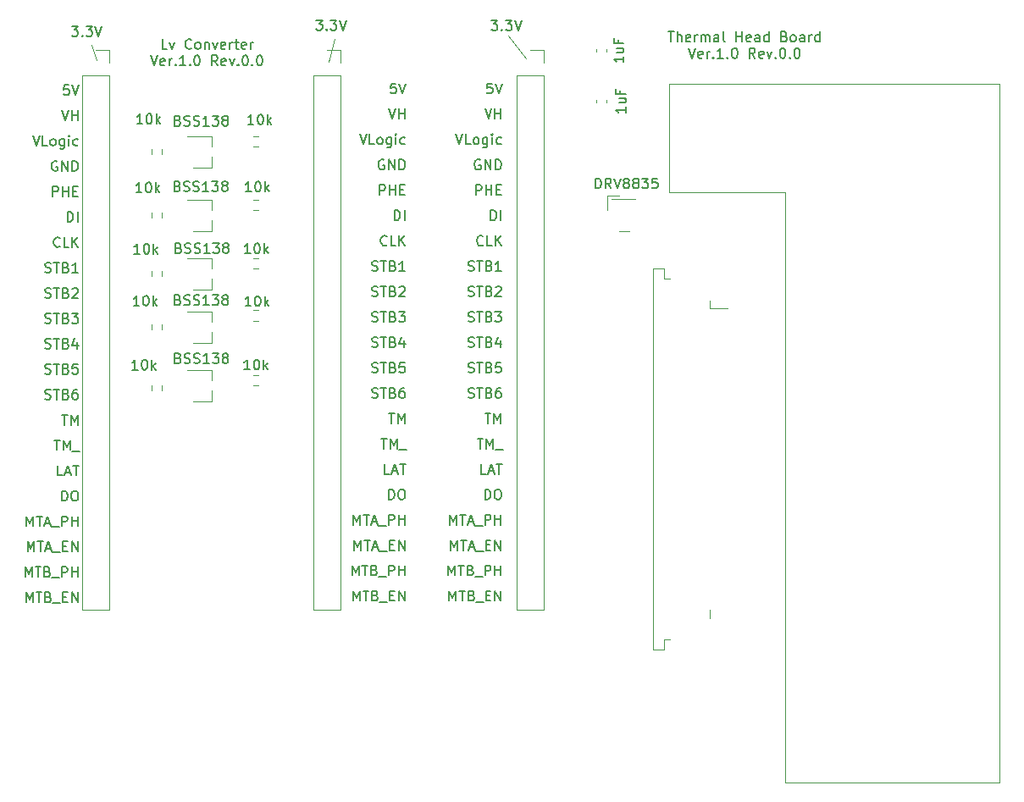
<source format=gto>
G04 #@! TF.GenerationSoftware,KiCad,Pcbnew,5.1.10-88a1d61d58~88~ubuntu18.04.1*
G04 #@! TF.CreationDate,2021-10-23T19:38:23+09:00*
G04 #@! TF.ProjectId,CameraJigSTM32F446RE_Head,43616d65-7261-44a6-9967-53544d333246,rev?*
G04 #@! TF.SameCoordinates,Original*
G04 #@! TF.FileFunction,Legend,Top*
G04 #@! TF.FilePolarity,Positive*
%FSLAX46Y46*%
G04 Gerber Fmt 4.6, Leading zero omitted, Abs format (unit mm)*
G04 Created by KiCad (PCBNEW 5.1.10-88a1d61d58~88~ubuntu18.04.1) date 2021-10-23 19:38:23*
%MOMM*%
%LPD*%
G01*
G04 APERTURE LIST*
%ADD10C,0.150000*%
%ADD11C,0.120000*%
G04 APERTURE END LIST*
D10*
X81910476Y-96308571D02*
X82053333Y-96356190D01*
X82100952Y-96403809D01*
X82148571Y-96499047D01*
X82148571Y-96641904D01*
X82100952Y-96737142D01*
X82053333Y-96784761D01*
X81958095Y-96832380D01*
X81577142Y-96832380D01*
X81577142Y-95832380D01*
X81910476Y-95832380D01*
X82005714Y-95880000D01*
X82053333Y-95927619D01*
X82100952Y-96022857D01*
X82100952Y-96118095D01*
X82053333Y-96213333D01*
X82005714Y-96260952D01*
X81910476Y-96308571D01*
X81577142Y-96308571D01*
X82529523Y-96784761D02*
X82672380Y-96832380D01*
X82910476Y-96832380D01*
X83005714Y-96784761D01*
X83053333Y-96737142D01*
X83100952Y-96641904D01*
X83100952Y-96546666D01*
X83053333Y-96451428D01*
X83005714Y-96403809D01*
X82910476Y-96356190D01*
X82720000Y-96308571D01*
X82624761Y-96260952D01*
X82577142Y-96213333D01*
X82529523Y-96118095D01*
X82529523Y-96022857D01*
X82577142Y-95927619D01*
X82624761Y-95880000D01*
X82720000Y-95832380D01*
X82958095Y-95832380D01*
X83100952Y-95880000D01*
X83481904Y-96784761D02*
X83624761Y-96832380D01*
X83862857Y-96832380D01*
X83958095Y-96784761D01*
X84005714Y-96737142D01*
X84053333Y-96641904D01*
X84053333Y-96546666D01*
X84005714Y-96451428D01*
X83958095Y-96403809D01*
X83862857Y-96356190D01*
X83672380Y-96308571D01*
X83577142Y-96260952D01*
X83529523Y-96213333D01*
X83481904Y-96118095D01*
X83481904Y-96022857D01*
X83529523Y-95927619D01*
X83577142Y-95880000D01*
X83672380Y-95832380D01*
X83910476Y-95832380D01*
X84053333Y-95880000D01*
X85005714Y-96832380D02*
X84434285Y-96832380D01*
X84720000Y-96832380D02*
X84720000Y-95832380D01*
X84624761Y-95975238D01*
X84529523Y-96070476D01*
X84434285Y-96118095D01*
X85339047Y-95832380D02*
X85958095Y-95832380D01*
X85624761Y-96213333D01*
X85767619Y-96213333D01*
X85862857Y-96260952D01*
X85910476Y-96308571D01*
X85958095Y-96403809D01*
X85958095Y-96641904D01*
X85910476Y-96737142D01*
X85862857Y-96784761D01*
X85767619Y-96832380D01*
X85481904Y-96832380D01*
X85386666Y-96784761D01*
X85339047Y-96737142D01*
X86529523Y-96260952D02*
X86434285Y-96213333D01*
X86386666Y-96165714D01*
X86339047Y-96070476D01*
X86339047Y-96022857D01*
X86386666Y-95927619D01*
X86434285Y-95880000D01*
X86529523Y-95832380D01*
X86720000Y-95832380D01*
X86815238Y-95880000D01*
X86862857Y-95927619D01*
X86910476Y-96022857D01*
X86910476Y-96070476D01*
X86862857Y-96165714D01*
X86815238Y-96213333D01*
X86720000Y-96260952D01*
X86529523Y-96260952D01*
X86434285Y-96308571D01*
X86386666Y-96356190D01*
X86339047Y-96451428D01*
X86339047Y-96641904D01*
X86386666Y-96737142D01*
X86434285Y-96784761D01*
X86529523Y-96832380D01*
X86720000Y-96832380D01*
X86815238Y-96784761D01*
X86862857Y-96737142D01*
X86910476Y-96641904D01*
X86910476Y-96451428D01*
X86862857Y-96356190D01*
X86815238Y-96308571D01*
X86720000Y-96260952D01*
X81890476Y-90478571D02*
X82033333Y-90526190D01*
X82080952Y-90573809D01*
X82128571Y-90669047D01*
X82128571Y-90811904D01*
X82080952Y-90907142D01*
X82033333Y-90954761D01*
X81938095Y-91002380D01*
X81557142Y-91002380D01*
X81557142Y-90002380D01*
X81890476Y-90002380D01*
X81985714Y-90050000D01*
X82033333Y-90097619D01*
X82080952Y-90192857D01*
X82080952Y-90288095D01*
X82033333Y-90383333D01*
X81985714Y-90430952D01*
X81890476Y-90478571D01*
X81557142Y-90478571D01*
X82509523Y-90954761D02*
X82652380Y-91002380D01*
X82890476Y-91002380D01*
X82985714Y-90954761D01*
X83033333Y-90907142D01*
X83080952Y-90811904D01*
X83080952Y-90716666D01*
X83033333Y-90621428D01*
X82985714Y-90573809D01*
X82890476Y-90526190D01*
X82700000Y-90478571D01*
X82604761Y-90430952D01*
X82557142Y-90383333D01*
X82509523Y-90288095D01*
X82509523Y-90192857D01*
X82557142Y-90097619D01*
X82604761Y-90050000D01*
X82700000Y-90002380D01*
X82938095Y-90002380D01*
X83080952Y-90050000D01*
X83461904Y-90954761D02*
X83604761Y-91002380D01*
X83842857Y-91002380D01*
X83938095Y-90954761D01*
X83985714Y-90907142D01*
X84033333Y-90811904D01*
X84033333Y-90716666D01*
X83985714Y-90621428D01*
X83938095Y-90573809D01*
X83842857Y-90526190D01*
X83652380Y-90478571D01*
X83557142Y-90430952D01*
X83509523Y-90383333D01*
X83461904Y-90288095D01*
X83461904Y-90192857D01*
X83509523Y-90097619D01*
X83557142Y-90050000D01*
X83652380Y-90002380D01*
X83890476Y-90002380D01*
X84033333Y-90050000D01*
X84985714Y-91002380D02*
X84414285Y-91002380D01*
X84700000Y-91002380D02*
X84700000Y-90002380D01*
X84604761Y-90145238D01*
X84509523Y-90240476D01*
X84414285Y-90288095D01*
X85319047Y-90002380D02*
X85938095Y-90002380D01*
X85604761Y-90383333D01*
X85747619Y-90383333D01*
X85842857Y-90430952D01*
X85890476Y-90478571D01*
X85938095Y-90573809D01*
X85938095Y-90811904D01*
X85890476Y-90907142D01*
X85842857Y-90954761D01*
X85747619Y-91002380D01*
X85461904Y-91002380D01*
X85366666Y-90954761D01*
X85319047Y-90907142D01*
X86509523Y-90430952D02*
X86414285Y-90383333D01*
X86366666Y-90335714D01*
X86319047Y-90240476D01*
X86319047Y-90192857D01*
X86366666Y-90097619D01*
X86414285Y-90050000D01*
X86509523Y-90002380D01*
X86700000Y-90002380D01*
X86795238Y-90050000D01*
X86842857Y-90097619D01*
X86890476Y-90192857D01*
X86890476Y-90240476D01*
X86842857Y-90335714D01*
X86795238Y-90383333D01*
X86700000Y-90430952D01*
X86509523Y-90430952D01*
X86414285Y-90478571D01*
X86366666Y-90526190D01*
X86319047Y-90621428D01*
X86319047Y-90811904D01*
X86366666Y-90907142D01*
X86414285Y-90954761D01*
X86509523Y-91002380D01*
X86700000Y-91002380D01*
X86795238Y-90954761D01*
X86842857Y-90907142D01*
X86890476Y-90811904D01*
X86890476Y-90621428D01*
X86842857Y-90526190D01*
X86795238Y-90478571D01*
X86700000Y-90430952D01*
X81960476Y-85298571D02*
X82103333Y-85346190D01*
X82150952Y-85393809D01*
X82198571Y-85489047D01*
X82198571Y-85631904D01*
X82150952Y-85727142D01*
X82103333Y-85774761D01*
X82008095Y-85822380D01*
X81627142Y-85822380D01*
X81627142Y-84822380D01*
X81960476Y-84822380D01*
X82055714Y-84870000D01*
X82103333Y-84917619D01*
X82150952Y-85012857D01*
X82150952Y-85108095D01*
X82103333Y-85203333D01*
X82055714Y-85250952D01*
X81960476Y-85298571D01*
X81627142Y-85298571D01*
X82579523Y-85774761D02*
X82722380Y-85822380D01*
X82960476Y-85822380D01*
X83055714Y-85774761D01*
X83103333Y-85727142D01*
X83150952Y-85631904D01*
X83150952Y-85536666D01*
X83103333Y-85441428D01*
X83055714Y-85393809D01*
X82960476Y-85346190D01*
X82770000Y-85298571D01*
X82674761Y-85250952D01*
X82627142Y-85203333D01*
X82579523Y-85108095D01*
X82579523Y-85012857D01*
X82627142Y-84917619D01*
X82674761Y-84870000D01*
X82770000Y-84822380D01*
X83008095Y-84822380D01*
X83150952Y-84870000D01*
X83531904Y-85774761D02*
X83674761Y-85822380D01*
X83912857Y-85822380D01*
X84008095Y-85774761D01*
X84055714Y-85727142D01*
X84103333Y-85631904D01*
X84103333Y-85536666D01*
X84055714Y-85441428D01*
X84008095Y-85393809D01*
X83912857Y-85346190D01*
X83722380Y-85298571D01*
X83627142Y-85250952D01*
X83579523Y-85203333D01*
X83531904Y-85108095D01*
X83531904Y-85012857D01*
X83579523Y-84917619D01*
X83627142Y-84870000D01*
X83722380Y-84822380D01*
X83960476Y-84822380D01*
X84103333Y-84870000D01*
X85055714Y-85822380D02*
X84484285Y-85822380D01*
X84770000Y-85822380D02*
X84770000Y-84822380D01*
X84674761Y-84965238D01*
X84579523Y-85060476D01*
X84484285Y-85108095D01*
X85389047Y-84822380D02*
X86008095Y-84822380D01*
X85674761Y-85203333D01*
X85817619Y-85203333D01*
X85912857Y-85250952D01*
X85960476Y-85298571D01*
X86008095Y-85393809D01*
X86008095Y-85631904D01*
X85960476Y-85727142D01*
X85912857Y-85774761D01*
X85817619Y-85822380D01*
X85531904Y-85822380D01*
X85436666Y-85774761D01*
X85389047Y-85727142D01*
X86579523Y-85250952D02*
X86484285Y-85203333D01*
X86436666Y-85155714D01*
X86389047Y-85060476D01*
X86389047Y-85012857D01*
X86436666Y-84917619D01*
X86484285Y-84870000D01*
X86579523Y-84822380D01*
X86770000Y-84822380D01*
X86865238Y-84870000D01*
X86912857Y-84917619D01*
X86960476Y-85012857D01*
X86960476Y-85060476D01*
X86912857Y-85155714D01*
X86865238Y-85203333D01*
X86770000Y-85250952D01*
X86579523Y-85250952D01*
X86484285Y-85298571D01*
X86436666Y-85346190D01*
X86389047Y-85441428D01*
X86389047Y-85631904D01*
X86436666Y-85727142D01*
X86484285Y-85774761D01*
X86579523Y-85822380D01*
X86770000Y-85822380D01*
X86865238Y-85774761D01*
X86912857Y-85727142D01*
X86960476Y-85631904D01*
X86960476Y-85441428D01*
X86912857Y-85346190D01*
X86865238Y-85298571D01*
X86770000Y-85250952D01*
X81850476Y-79128571D02*
X81993333Y-79176190D01*
X82040952Y-79223809D01*
X82088571Y-79319047D01*
X82088571Y-79461904D01*
X82040952Y-79557142D01*
X81993333Y-79604761D01*
X81898095Y-79652380D01*
X81517142Y-79652380D01*
X81517142Y-78652380D01*
X81850476Y-78652380D01*
X81945714Y-78700000D01*
X81993333Y-78747619D01*
X82040952Y-78842857D01*
X82040952Y-78938095D01*
X81993333Y-79033333D01*
X81945714Y-79080952D01*
X81850476Y-79128571D01*
X81517142Y-79128571D01*
X82469523Y-79604761D02*
X82612380Y-79652380D01*
X82850476Y-79652380D01*
X82945714Y-79604761D01*
X82993333Y-79557142D01*
X83040952Y-79461904D01*
X83040952Y-79366666D01*
X82993333Y-79271428D01*
X82945714Y-79223809D01*
X82850476Y-79176190D01*
X82660000Y-79128571D01*
X82564761Y-79080952D01*
X82517142Y-79033333D01*
X82469523Y-78938095D01*
X82469523Y-78842857D01*
X82517142Y-78747619D01*
X82564761Y-78700000D01*
X82660000Y-78652380D01*
X82898095Y-78652380D01*
X83040952Y-78700000D01*
X83421904Y-79604761D02*
X83564761Y-79652380D01*
X83802857Y-79652380D01*
X83898095Y-79604761D01*
X83945714Y-79557142D01*
X83993333Y-79461904D01*
X83993333Y-79366666D01*
X83945714Y-79271428D01*
X83898095Y-79223809D01*
X83802857Y-79176190D01*
X83612380Y-79128571D01*
X83517142Y-79080952D01*
X83469523Y-79033333D01*
X83421904Y-78938095D01*
X83421904Y-78842857D01*
X83469523Y-78747619D01*
X83517142Y-78700000D01*
X83612380Y-78652380D01*
X83850476Y-78652380D01*
X83993333Y-78700000D01*
X84945714Y-79652380D02*
X84374285Y-79652380D01*
X84660000Y-79652380D02*
X84660000Y-78652380D01*
X84564761Y-78795238D01*
X84469523Y-78890476D01*
X84374285Y-78938095D01*
X85279047Y-78652380D02*
X85898095Y-78652380D01*
X85564761Y-79033333D01*
X85707619Y-79033333D01*
X85802857Y-79080952D01*
X85850476Y-79128571D01*
X85898095Y-79223809D01*
X85898095Y-79461904D01*
X85850476Y-79557142D01*
X85802857Y-79604761D01*
X85707619Y-79652380D01*
X85421904Y-79652380D01*
X85326666Y-79604761D01*
X85279047Y-79557142D01*
X86469523Y-79080952D02*
X86374285Y-79033333D01*
X86326666Y-78985714D01*
X86279047Y-78890476D01*
X86279047Y-78842857D01*
X86326666Y-78747619D01*
X86374285Y-78700000D01*
X86469523Y-78652380D01*
X86660000Y-78652380D01*
X86755238Y-78700000D01*
X86802857Y-78747619D01*
X86850476Y-78842857D01*
X86850476Y-78890476D01*
X86802857Y-78985714D01*
X86755238Y-79033333D01*
X86660000Y-79080952D01*
X86469523Y-79080952D01*
X86374285Y-79128571D01*
X86326666Y-79176190D01*
X86279047Y-79271428D01*
X86279047Y-79461904D01*
X86326666Y-79557142D01*
X86374285Y-79604761D01*
X86469523Y-79652380D01*
X86660000Y-79652380D01*
X86755238Y-79604761D01*
X86802857Y-79557142D01*
X86850476Y-79461904D01*
X86850476Y-79271428D01*
X86802857Y-79176190D01*
X86755238Y-79128571D01*
X86660000Y-79080952D01*
X81890476Y-72568571D02*
X82033333Y-72616190D01*
X82080952Y-72663809D01*
X82128571Y-72759047D01*
X82128571Y-72901904D01*
X82080952Y-72997142D01*
X82033333Y-73044761D01*
X81938095Y-73092380D01*
X81557142Y-73092380D01*
X81557142Y-72092380D01*
X81890476Y-72092380D01*
X81985714Y-72140000D01*
X82033333Y-72187619D01*
X82080952Y-72282857D01*
X82080952Y-72378095D01*
X82033333Y-72473333D01*
X81985714Y-72520952D01*
X81890476Y-72568571D01*
X81557142Y-72568571D01*
X82509523Y-73044761D02*
X82652380Y-73092380D01*
X82890476Y-73092380D01*
X82985714Y-73044761D01*
X83033333Y-72997142D01*
X83080952Y-72901904D01*
X83080952Y-72806666D01*
X83033333Y-72711428D01*
X82985714Y-72663809D01*
X82890476Y-72616190D01*
X82700000Y-72568571D01*
X82604761Y-72520952D01*
X82557142Y-72473333D01*
X82509523Y-72378095D01*
X82509523Y-72282857D01*
X82557142Y-72187619D01*
X82604761Y-72140000D01*
X82700000Y-72092380D01*
X82938095Y-72092380D01*
X83080952Y-72140000D01*
X83461904Y-73044761D02*
X83604761Y-73092380D01*
X83842857Y-73092380D01*
X83938095Y-73044761D01*
X83985714Y-72997142D01*
X84033333Y-72901904D01*
X84033333Y-72806666D01*
X83985714Y-72711428D01*
X83938095Y-72663809D01*
X83842857Y-72616190D01*
X83652380Y-72568571D01*
X83557142Y-72520952D01*
X83509523Y-72473333D01*
X83461904Y-72378095D01*
X83461904Y-72282857D01*
X83509523Y-72187619D01*
X83557142Y-72140000D01*
X83652380Y-72092380D01*
X83890476Y-72092380D01*
X84033333Y-72140000D01*
X84985714Y-73092380D02*
X84414285Y-73092380D01*
X84700000Y-73092380D02*
X84700000Y-72092380D01*
X84604761Y-72235238D01*
X84509523Y-72330476D01*
X84414285Y-72378095D01*
X85319047Y-72092380D02*
X85938095Y-72092380D01*
X85604761Y-72473333D01*
X85747619Y-72473333D01*
X85842857Y-72520952D01*
X85890476Y-72568571D01*
X85938095Y-72663809D01*
X85938095Y-72901904D01*
X85890476Y-72997142D01*
X85842857Y-73044761D01*
X85747619Y-73092380D01*
X85461904Y-73092380D01*
X85366666Y-73044761D01*
X85319047Y-72997142D01*
X86509523Y-72520952D02*
X86414285Y-72473333D01*
X86366666Y-72425714D01*
X86319047Y-72330476D01*
X86319047Y-72282857D01*
X86366666Y-72187619D01*
X86414285Y-72140000D01*
X86509523Y-72092380D01*
X86700000Y-72092380D01*
X86795238Y-72140000D01*
X86842857Y-72187619D01*
X86890476Y-72282857D01*
X86890476Y-72330476D01*
X86842857Y-72425714D01*
X86795238Y-72473333D01*
X86700000Y-72520952D01*
X86509523Y-72520952D01*
X86414285Y-72568571D01*
X86366666Y-72616190D01*
X86319047Y-72711428D01*
X86319047Y-72901904D01*
X86366666Y-72997142D01*
X86414285Y-73044761D01*
X86509523Y-73092380D01*
X86700000Y-73092380D01*
X86795238Y-73044761D01*
X86842857Y-72997142D01*
X86890476Y-72901904D01*
X86890476Y-72711428D01*
X86842857Y-72616190D01*
X86795238Y-72568571D01*
X86700000Y-72520952D01*
X89084761Y-97472380D02*
X88513333Y-97472380D01*
X88799047Y-97472380D02*
X88799047Y-96472380D01*
X88703809Y-96615238D01*
X88608571Y-96710476D01*
X88513333Y-96758095D01*
X89703809Y-96472380D02*
X89799047Y-96472380D01*
X89894285Y-96520000D01*
X89941904Y-96567619D01*
X89989523Y-96662857D01*
X90037142Y-96853333D01*
X90037142Y-97091428D01*
X89989523Y-97281904D01*
X89941904Y-97377142D01*
X89894285Y-97424761D01*
X89799047Y-97472380D01*
X89703809Y-97472380D01*
X89608571Y-97424761D01*
X89560952Y-97377142D01*
X89513333Y-97281904D01*
X89465714Y-97091428D01*
X89465714Y-96853333D01*
X89513333Y-96662857D01*
X89560952Y-96567619D01*
X89608571Y-96520000D01*
X89703809Y-96472380D01*
X90465714Y-97472380D02*
X90465714Y-96472380D01*
X90560952Y-97091428D02*
X90846666Y-97472380D01*
X90846666Y-96805714D02*
X90465714Y-97186666D01*
X89184761Y-91112380D02*
X88613333Y-91112380D01*
X88899047Y-91112380D02*
X88899047Y-90112380D01*
X88803809Y-90255238D01*
X88708571Y-90350476D01*
X88613333Y-90398095D01*
X89803809Y-90112380D02*
X89899047Y-90112380D01*
X89994285Y-90160000D01*
X90041904Y-90207619D01*
X90089523Y-90302857D01*
X90137142Y-90493333D01*
X90137142Y-90731428D01*
X90089523Y-90921904D01*
X90041904Y-91017142D01*
X89994285Y-91064761D01*
X89899047Y-91112380D01*
X89803809Y-91112380D01*
X89708571Y-91064761D01*
X89660952Y-91017142D01*
X89613333Y-90921904D01*
X89565714Y-90731428D01*
X89565714Y-90493333D01*
X89613333Y-90302857D01*
X89660952Y-90207619D01*
X89708571Y-90160000D01*
X89803809Y-90112380D01*
X90565714Y-91112380D02*
X90565714Y-90112380D01*
X90660952Y-90731428D02*
X90946666Y-91112380D01*
X90946666Y-90445714D02*
X90565714Y-90826666D01*
X89134761Y-85852380D02*
X88563333Y-85852380D01*
X88849047Y-85852380D02*
X88849047Y-84852380D01*
X88753809Y-84995238D01*
X88658571Y-85090476D01*
X88563333Y-85138095D01*
X89753809Y-84852380D02*
X89849047Y-84852380D01*
X89944285Y-84900000D01*
X89991904Y-84947619D01*
X90039523Y-85042857D01*
X90087142Y-85233333D01*
X90087142Y-85471428D01*
X90039523Y-85661904D01*
X89991904Y-85757142D01*
X89944285Y-85804761D01*
X89849047Y-85852380D01*
X89753809Y-85852380D01*
X89658571Y-85804761D01*
X89610952Y-85757142D01*
X89563333Y-85661904D01*
X89515714Y-85471428D01*
X89515714Y-85233333D01*
X89563333Y-85042857D01*
X89610952Y-84947619D01*
X89658571Y-84900000D01*
X89753809Y-84852380D01*
X90515714Y-85852380D02*
X90515714Y-84852380D01*
X90610952Y-85471428D02*
X90896666Y-85852380D01*
X90896666Y-85185714D02*
X90515714Y-85566666D01*
X89224761Y-79672380D02*
X88653333Y-79672380D01*
X88939047Y-79672380D02*
X88939047Y-78672380D01*
X88843809Y-78815238D01*
X88748571Y-78910476D01*
X88653333Y-78958095D01*
X89843809Y-78672380D02*
X89939047Y-78672380D01*
X90034285Y-78720000D01*
X90081904Y-78767619D01*
X90129523Y-78862857D01*
X90177142Y-79053333D01*
X90177142Y-79291428D01*
X90129523Y-79481904D01*
X90081904Y-79577142D01*
X90034285Y-79624761D01*
X89939047Y-79672380D01*
X89843809Y-79672380D01*
X89748571Y-79624761D01*
X89700952Y-79577142D01*
X89653333Y-79481904D01*
X89605714Y-79291428D01*
X89605714Y-79053333D01*
X89653333Y-78862857D01*
X89700952Y-78767619D01*
X89748571Y-78720000D01*
X89843809Y-78672380D01*
X90605714Y-79672380D02*
X90605714Y-78672380D01*
X90700952Y-79291428D02*
X90986666Y-79672380D01*
X90986666Y-79005714D02*
X90605714Y-79386666D01*
X89454761Y-72952380D02*
X88883333Y-72952380D01*
X89169047Y-72952380D02*
X89169047Y-71952380D01*
X89073809Y-72095238D01*
X88978571Y-72190476D01*
X88883333Y-72238095D01*
X90073809Y-71952380D02*
X90169047Y-71952380D01*
X90264285Y-72000000D01*
X90311904Y-72047619D01*
X90359523Y-72142857D01*
X90407142Y-72333333D01*
X90407142Y-72571428D01*
X90359523Y-72761904D01*
X90311904Y-72857142D01*
X90264285Y-72904761D01*
X90169047Y-72952380D01*
X90073809Y-72952380D01*
X89978571Y-72904761D01*
X89930952Y-72857142D01*
X89883333Y-72761904D01*
X89835714Y-72571428D01*
X89835714Y-72333333D01*
X89883333Y-72142857D01*
X89930952Y-72047619D01*
X89978571Y-72000000D01*
X90073809Y-71952380D01*
X90835714Y-72952380D02*
X90835714Y-71952380D01*
X90930952Y-72571428D02*
X91216666Y-72952380D01*
X91216666Y-72285714D02*
X90835714Y-72666666D01*
X77884761Y-97482380D02*
X77313333Y-97482380D01*
X77599047Y-97482380D02*
X77599047Y-96482380D01*
X77503809Y-96625238D01*
X77408571Y-96720476D01*
X77313333Y-96768095D01*
X78503809Y-96482380D02*
X78599047Y-96482380D01*
X78694285Y-96530000D01*
X78741904Y-96577619D01*
X78789523Y-96672857D01*
X78837142Y-96863333D01*
X78837142Y-97101428D01*
X78789523Y-97291904D01*
X78741904Y-97387142D01*
X78694285Y-97434761D01*
X78599047Y-97482380D01*
X78503809Y-97482380D01*
X78408571Y-97434761D01*
X78360952Y-97387142D01*
X78313333Y-97291904D01*
X78265714Y-97101428D01*
X78265714Y-96863333D01*
X78313333Y-96672857D01*
X78360952Y-96577619D01*
X78408571Y-96530000D01*
X78503809Y-96482380D01*
X79265714Y-97482380D02*
X79265714Y-96482380D01*
X79360952Y-97101428D02*
X79646666Y-97482380D01*
X79646666Y-96815714D02*
X79265714Y-97196666D01*
X78014761Y-91082380D02*
X77443333Y-91082380D01*
X77729047Y-91082380D02*
X77729047Y-90082380D01*
X77633809Y-90225238D01*
X77538571Y-90320476D01*
X77443333Y-90368095D01*
X78633809Y-90082380D02*
X78729047Y-90082380D01*
X78824285Y-90130000D01*
X78871904Y-90177619D01*
X78919523Y-90272857D01*
X78967142Y-90463333D01*
X78967142Y-90701428D01*
X78919523Y-90891904D01*
X78871904Y-90987142D01*
X78824285Y-91034761D01*
X78729047Y-91082380D01*
X78633809Y-91082380D01*
X78538571Y-91034761D01*
X78490952Y-90987142D01*
X78443333Y-90891904D01*
X78395714Y-90701428D01*
X78395714Y-90463333D01*
X78443333Y-90272857D01*
X78490952Y-90177619D01*
X78538571Y-90130000D01*
X78633809Y-90082380D01*
X79395714Y-91082380D02*
X79395714Y-90082380D01*
X79490952Y-90701428D02*
X79776666Y-91082380D01*
X79776666Y-90415714D02*
X79395714Y-90796666D01*
X78084761Y-85882380D02*
X77513333Y-85882380D01*
X77799047Y-85882380D02*
X77799047Y-84882380D01*
X77703809Y-85025238D01*
X77608571Y-85120476D01*
X77513333Y-85168095D01*
X78703809Y-84882380D02*
X78799047Y-84882380D01*
X78894285Y-84930000D01*
X78941904Y-84977619D01*
X78989523Y-85072857D01*
X79037142Y-85263333D01*
X79037142Y-85501428D01*
X78989523Y-85691904D01*
X78941904Y-85787142D01*
X78894285Y-85834761D01*
X78799047Y-85882380D01*
X78703809Y-85882380D01*
X78608571Y-85834761D01*
X78560952Y-85787142D01*
X78513333Y-85691904D01*
X78465714Y-85501428D01*
X78465714Y-85263333D01*
X78513333Y-85072857D01*
X78560952Y-84977619D01*
X78608571Y-84930000D01*
X78703809Y-84882380D01*
X79465714Y-85882380D02*
X79465714Y-84882380D01*
X79560952Y-85501428D02*
X79846666Y-85882380D01*
X79846666Y-85215714D02*
X79465714Y-85596666D01*
X78274761Y-79752380D02*
X77703333Y-79752380D01*
X77989047Y-79752380D02*
X77989047Y-78752380D01*
X77893809Y-78895238D01*
X77798571Y-78990476D01*
X77703333Y-79038095D01*
X78893809Y-78752380D02*
X78989047Y-78752380D01*
X79084285Y-78800000D01*
X79131904Y-78847619D01*
X79179523Y-78942857D01*
X79227142Y-79133333D01*
X79227142Y-79371428D01*
X79179523Y-79561904D01*
X79131904Y-79657142D01*
X79084285Y-79704761D01*
X78989047Y-79752380D01*
X78893809Y-79752380D01*
X78798571Y-79704761D01*
X78750952Y-79657142D01*
X78703333Y-79561904D01*
X78655714Y-79371428D01*
X78655714Y-79133333D01*
X78703333Y-78942857D01*
X78750952Y-78847619D01*
X78798571Y-78800000D01*
X78893809Y-78752380D01*
X79655714Y-79752380D02*
X79655714Y-78752380D01*
X79750952Y-79371428D02*
X80036666Y-79752380D01*
X80036666Y-79085714D02*
X79655714Y-79466666D01*
X78344761Y-72902380D02*
X77773333Y-72902380D01*
X78059047Y-72902380D02*
X78059047Y-71902380D01*
X77963809Y-72045238D01*
X77868571Y-72140476D01*
X77773333Y-72188095D01*
X78963809Y-71902380D02*
X79059047Y-71902380D01*
X79154285Y-71950000D01*
X79201904Y-71997619D01*
X79249523Y-72092857D01*
X79297142Y-72283333D01*
X79297142Y-72521428D01*
X79249523Y-72711904D01*
X79201904Y-72807142D01*
X79154285Y-72854761D01*
X79059047Y-72902380D01*
X78963809Y-72902380D01*
X78868571Y-72854761D01*
X78820952Y-72807142D01*
X78773333Y-72711904D01*
X78725714Y-72521428D01*
X78725714Y-72283333D01*
X78773333Y-72092857D01*
X78820952Y-71997619D01*
X78868571Y-71950000D01*
X78963809Y-71902380D01*
X79725714Y-72902380D02*
X79725714Y-71902380D01*
X79820952Y-72521428D02*
X80106666Y-72902380D01*
X80106666Y-72235714D02*
X79725714Y-72616666D01*
X130887142Y-63677380D02*
X131458571Y-63677380D01*
X131172857Y-64677380D02*
X131172857Y-63677380D01*
X131791904Y-64677380D02*
X131791904Y-63677380D01*
X132220476Y-64677380D02*
X132220476Y-64153571D01*
X132172857Y-64058333D01*
X132077619Y-64010714D01*
X131934761Y-64010714D01*
X131839523Y-64058333D01*
X131791904Y-64105952D01*
X133077619Y-64629761D02*
X132982380Y-64677380D01*
X132791904Y-64677380D01*
X132696666Y-64629761D01*
X132649047Y-64534523D01*
X132649047Y-64153571D01*
X132696666Y-64058333D01*
X132791904Y-64010714D01*
X132982380Y-64010714D01*
X133077619Y-64058333D01*
X133125238Y-64153571D01*
X133125238Y-64248809D01*
X132649047Y-64344047D01*
X133553809Y-64677380D02*
X133553809Y-64010714D01*
X133553809Y-64201190D02*
X133601428Y-64105952D01*
X133649047Y-64058333D01*
X133744285Y-64010714D01*
X133839523Y-64010714D01*
X134172857Y-64677380D02*
X134172857Y-64010714D01*
X134172857Y-64105952D02*
X134220476Y-64058333D01*
X134315714Y-64010714D01*
X134458571Y-64010714D01*
X134553809Y-64058333D01*
X134601428Y-64153571D01*
X134601428Y-64677380D01*
X134601428Y-64153571D02*
X134649047Y-64058333D01*
X134744285Y-64010714D01*
X134887142Y-64010714D01*
X134982380Y-64058333D01*
X135030000Y-64153571D01*
X135030000Y-64677380D01*
X135934761Y-64677380D02*
X135934761Y-64153571D01*
X135887142Y-64058333D01*
X135791904Y-64010714D01*
X135601428Y-64010714D01*
X135506190Y-64058333D01*
X135934761Y-64629761D02*
X135839523Y-64677380D01*
X135601428Y-64677380D01*
X135506190Y-64629761D01*
X135458571Y-64534523D01*
X135458571Y-64439285D01*
X135506190Y-64344047D01*
X135601428Y-64296428D01*
X135839523Y-64296428D01*
X135934761Y-64248809D01*
X136553809Y-64677380D02*
X136458571Y-64629761D01*
X136410952Y-64534523D01*
X136410952Y-63677380D01*
X137696666Y-64677380D02*
X137696666Y-63677380D01*
X137696666Y-64153571D02*
X138268095Y-64153571D01*
X138268095Y-64677380D02*
X138268095Y-63677380D01*
X139125238Y-64629761D02*
X139030000Y-64677380D01*
X138839523Y-64677380D01*
X138744285Y-64629761D01*
X138696666Y-64534523D01*
X138696666Y-64153571D01*
X138744285Y-64058333D01*
X138839523Y-64010714D01*
X139030000Y-64010714D01*
X139125238Y-64058333D01*
X139172857Y-64153571D01*
X139172857Y-64248809D01*
X138696666Y-64344047D01*
X140030000Y-64677380D02*
X140030000Y-64153571D01*
X139982380Y-64058333D01*
X139887142Y-64010714D01*
X139696666Y-64010714D01*
X139601428Y-64058333D01*
X140030000Y-64629761D02*
X139934761Y-64677380D01*
X139696666Y-64677380D01*
X139601428Y-64629761D01*
X139553809Y-64534523D01*
X139553809Y-64439285D01*
X139601428Y-64344047D01*
X139696666Y-64296428D01*
X139934761Y-64296428D01*
X140030000Y-64248809D01*
X140934761Y-64677380D02*
X140934761Y-63677380D01*
X140934761Y-64629761D02*
X140839523Y-64677380D01*
X140649047Y-64677380D01*
X140553809Y-64629761D01*
X140506190Y-64582142D01*
X140458571Y-64486904D01*
X140458571Y-64201190D01*
X140506190Y-64105952D01*
X140553809Y-64058333D01*
X140649047Y-64010714D01*
X140839523Y-64010714D01*
X140934761Y-64058333D01*
X142506190Y-64153571D02*
X142649047Y-64201190D01*
X142696666Y-64248809D01*
X142744285Y-64344047D01*
X142744285Y-64486904D01*
X142696666Y-64582142D01*
X142649047Y-64629761D01*
X142553809Y-64677380D01*
X142172857Y-64677380D01*
X142172857Y-63677380D01*
X142506190Y-63677380D01*
X142601428Y-63725000D01*
X142649047Y-63772619D01*
X142696666Y-63867857D01*
X142696666Y-63963095D01*
X142649047Y-64058333D01*
X142601428Y-64105952D01*
X142506190Y-64153571D01*
X142172857Y-64153571D01*
X143315714Y-64677380D02*
X143220476Y-64629761D01*
X143172857Y-64582142D01*
X143125238Y-64486904D01*
X143125238Y-64201190D01*
X143172857Y-64105952D01*
X143220476Y-64058333D01*
X143315714Y-64010714D01*
X143458571Y-64010714D01*
X143553809Y-64058333D01*
X143601428Y-64105952D01*
X143649047Y-64201190D01*
X143649047Y-64486904D01*
X143601428Y-64582142D01*
X143553809Y-64629761D01*
X143458571Y-64677380D01*
X143315714Y-64677380D01*
X144506190Y-64677380D02*
X144506190Y-64153571D01*
X144458571Y-64058333D01*
X144363333Y-64010714D01*
X144172857Y-64010714D01*
X144077619Y-64058333D01*
X144506190Y-64629761D02*
X144410952Y-64677380D01*
X144172857Y-64677380D01*
X144077619Y-64629761D01*
X144030000Y-64534523D01*
X144030000Y-64439285D01*
X144077619Y-64344047D01*
X144172857Y-64296428D01*
X144410952Y-64296428D01*
X144506190Y-64248809D01*
X144982380Y-64677380D02*
X144982380Y-64010714D01*
X144982380Y-64201190D02*
X145030000Y-64105952D01*
X145077619Y-64058333D01*
X145172857Y-64010714D01*
X145268095Y-64010714D01*
X146030000Y-64677380D02*
X146030000Y-63677380D01*
X146030000Y-64629761D02*
X145934761Y-64677380D01*
X145744285Y-64677380D01*
X145649047Y-64629761D01*
X145601428Y-64582142D01*
X145553809Y-64486904D01*
X145553809Y-64201190D01*
X145601428Y-64105952D01*
X145649047Y-64058333D01*
X145744285Y-64010714D01*
X145934761Y-64010714D01*
X146030000Y-64058333D01*
X132910952Y-65327380D02*
X133244285Y-66327380D01*
X133577619Y-65327380D01*
X134291904Y-66279761D02*
X134196666Y-66327380D01*
X134006190Y-66327380D01*
X133910952Y-66279761D01*
X133863333Y-66184523D01*
X133863333Y-65803571D01*
X133910952Y-65708333D01*
X134006190Y-65660714D01*
X134196666Y-65660714D01*
X134291904Y-65708333D01*
X134339523Y-65803571D01*
X134339523Y-65898809D01*
X133863333Y-65994047D01*
X134768095Y-66327380D02*
X134768095Y-65660714D01*
X134768095Y-65851190D02*
X134815714Y-65755952D01*
X134863333Y-65708333D01*
X134958571Y-65660714D01*
X135053809Y-65660714D01*
X135387142Y-66232142D02*
X135434761Y-66279761D01*
X135387142Y-66327380D01*
X135339523Y-66279761D01*
X135387142Y-66232142D01*
X135387142Y-66327380D01*
X136387142Y-66327380D02*
X135815714Y-66327380D01*
X136101428Y-66327380D02*
X136101428Y-65327380D01*
X136006190Y-65470238D01*
X135910952Y-65565476D01*
X135815714Y-65613095D01*
X136815714Y-66232142D02*
X136863333Y-66279761D01*
X136815714Y-66327380D01*
X136768095Y-66279761D01*
X136815714Y-66232142D01*
X136815714Y-66327380D01*
X137482380Y-65327380D02*
X137577619Y-65327380D01*
X137672857Y-65375000D01*
X137720476Y-65422619D01*
X137768095Y-65517857D01*
X137815714Y-65708333D01*
X137815714Y-65946428D01*
X137768095Y-66136904D01*
X137720476Y-66232142D01*
X137672857Y-66279761D01*
X137577619Y-66327380D01*
X137482380Y-66327380D01*
X137387142Y-66279761D01*
X137339523Y-66232142D01*
X137291904Y-66136904D01*
X137244285Y-65946428D01*
X137244285Y-65708333D01*
X137291904Y-65517857D01*
X137339523Y-65422619D01*
X137387142Y-65375000D01*
X137482380Y-65327380D01*
X139577619Y-66327380D02*
X139244285Y-65851190D01*
X139006190Y-66327380D02*
X139006190Y-65327380D01*
X139387142Y-65327380D01*
X139482380Y-65375000D01*
X139530000Y-65422619D01*
X139577619Y-65517857D01*
X139577619Y-65660714D01*
X139530000Y-65755952D01*
X139482380Y-65803571D01*
X139387142Y-65851190D01*
X139006190Y-65851190D01*
X140387142Y-66279761D02*
X140291904Y-66327380D01*
X140101428Y-66327380D01*
X140006190Y-66279761D01*
X139958571Y-66184523D01*
X139958571Y-65803571D01*
X140006190Y-65708333D01*
X140101428Y-65660714D01*
X140291904Y-65660714D01*
X140387142Y-65708333D01*
X140434761Y-65803571D01*
X140434761Y-65898809D01*
X139958571Y-65994047D01*
X140768095Y-65660714D02*
X141006190Y-66327380D01*
X141244285Y-65660714D01*
X141625238Y-66232142D02*
X141672857Y-66279761D01*
X141625238Y-66327380D01*
X141577619Y-66279761D01*
X141625238Y-66232142D01*
X141625238Y-66327380D01*
X142291904Y-65327380D02*
X142387142Y-65327380D01*
X142482380Y-65375000D01*
X142530000Y-65422619D01*
X142577619Y-65517857D01*
X142625238Y-65708333D01*
X142625238Y-65946428D01*
X142577619Y-66136904D01*
X142530000Y-66232142D01*
X142482380Y-66279761D01*
X142387142Y-66327380D01*
X142291904Y-66327380D01*
X142196666Y-66279761D01*
X142149047Y-66232142D01*
X142101428Y-66136904D01*
X142053809Y-65946428D01*
X142053809Y-65708333D01*
X142101428Y-65517857D01*
X142149047Y-65422619D01*
X142196666Y-65375000D01*
X142291904Y-65327380D01*
X143053809Y-66232142D02*
X143101428Y-66279761D01*
X143053809Y-66327380D01*
X143006190Y-66279761D01*
X143053809Y-66232142D01*
X143053809Y-66327380D01*
X143720476Y-65327380D02*
X143815714Y-65327380D01*
X143910952Y-65375000D01*
X143958571Y-65422619D01*
X144006190Y-65517857D01*
X144053809Y-65708333D01*
X144053809Y-65946428D01*
X144006190Y-66136904D01*
X143958571Y-66232142D01*
X143910952Y-66279761D01*
X143815714Y-66327380D01*
X143720476Y-66327380D01*
X143625238Y-66279761D01*
X143577619Y-66232142D01*
X143530000Y-66136904D01*
X143482380Y-65946428D01*
X143482380Y-65708333D01*
X143530000Y-65517857D01*
X143577619Y-65422619D01*
X143625238Y-65375000D01*
X143720476Y-65327380D01*
X126442380Y-66165238D02*
X126442380Y-66736666D01*
X126442380Y-66450952D02*
X125442380Y-66450952D01*
X125585238Y-66546190D01*
X125680476Y-66641428D01*
X125728095Y-66736666D01*
X125775714Y-65308095D02*
X126442380Y-65308095D01*
X125775714Y-65736666D02*
X126299523Y-65736666D01*
X126394761Y-65689047D01*
X126442380Y-65593809D01*
X126442380Y-65450952D01*
X126394761Y-65355714D01*
X126347142Y-65308095D01*
X125918571Y-64498571D02*
X125918571Y-64831904D01*
X126442380Y-64831904D02*
X125442380Y-64831904D01*
X125442380Y-64355714D01*
X126632380Y-71205238D02*
X126632380Y-71776666D01*
X126632380Y-71490952D02*
X125632380Y-71490952D01*
X125775238Y-71586190D01*
X125870476Y-71681428D01*
X125918095Y-71776666D01*
X125965714Y-70348095D02*
X126632380Y-70348095D01*
X125965714Y-70776666D02*
X126489523Y-70776666D01*
X126584761Y-70729047D01*
X126632380Y-70633809D01*
X126632380Y-70490952D01*
X126584761Y-70395714D01*
X126537142Y-70348095D01*
X126108571Y-69538571D02*
X126108571Y-69871904D01*
X126632380Y-69871904D02*
X125632380Y-69871904D01*
X125632380Y-69395714D01*
X123614761Y-79352380D02*
X123614761Y-78352380D01*
X123852857Y-78352380D01*
X123995714Y-78400000D01*
X124090952Y-78495238D01*
X124138571Y-78590476D01*
X124186190Y-78780952D01*
X124186190Y-78923809D01*
X124138571Y-79114285D01*
X124090952Y-79209523D01*
X123995714Y-79304761D01*
X123852857Y-79352380D01*
X123614761Y-79352380D01*
X125186190Y-79352380D02*
X124852857Y-78876190D01*
X124614761Y-79352380D02*
X124614761Y-78352380D01*
X124995714Y-78352380D01*
X125090952Y-78400000D01*
X125138571Y-78447619D01*
X125186190Y-78542857D01*
X125186190Y-78685714D01*
X125138571Y-78780952D01*
X125090952Y-78828571D01*
X124995714Y-78876190D01*
X124614761Y-78876190D01*
X125471904Y-78352380D02*
X125805238Y-79352380D01*
X126138571Y-78352380D01*
X126614761Y-78780952D02*
X126519523Y-78733333D01*
X126471904Y-78685714D01*
X126424285Y-78590476D01*
X126424285Y-78542857D01*
X126471904Y-78447619D01*
X126519523Y-78400000D01*
X126614761Y-78352380D01*
X126805238Y-78352380D01*
X126900476Y-78400000D01*
X126948095Y-78447619D01*
X126995714Y-78542857D01*
X126995714Y-78590476D01*
X126948095Y-78685714D01*
X126900476Y-78733333D01*
X126805238Y-78780952D01*
X126614761Y-78780952D01*
X126519523Y-78828571D01*
X126471904Y-78876190D01*
X126424285Y-78971428D01*
X126424285Y-79161904D01*
X126471904Y-79257142D01*
X126519523Y-79304761D01*
X126614761Y-79352380D01*
X126805238Y-79352380D01*
X126900476Y-79304761D01*
X126948095Y-79257142D01*
X126995714Y-79161904D01*
X126995714Y-78971428D01*
X126948095Y-78876190D01*
X126900476Y-78828571D01*
X126805238Y-78780952D01*
X127567142Y-78780952D02*
X127471904Y-78733333D01*
X127424285Y-78685714D01*
X127376666Y-78590476D01*
X127376666Y-78542857D01*
X127424285Y-78447619D01*
X127471904Y-78400000D01*
X127567142Y-78352380D01*
X127757619Y-78352380D01*
X127852857Y-78400000D01*
X127900476Y-78447619D01*
X127948095Y-78542857D01*
X127948095Y-78590476D01*
X127900476Y-78685714D01*
X127852857Y-78733333D01*
X127757619Y-78780952D01*
X127567142Y-78780952D01*
X127471904Y-78828571D01*
X127424285Y-78876190D01*
X127376666Y-78971428D01*
X127376666Y-79161904D01*
X127424285Y-79257142D01*
X127471904Y-79304761D01*
X127567142Y-79352380D01*
X127757619Y-79352380D01*
X127852857Y-79304761D01*
X127900476Y-79257142D01*
X127948095Y-79161904D01*
X127948095Y-78971428D01*
X127900476Y-78876190D01*
X127852857Y-78828571D01*
X127757619Y-78780952D01*
X128281428Y-78352380D02*
X128900476Y-78352380D01*
X128567142Y-78733333D01*
X128710000Y-78733333D01*
X128805238Y-78780952D01*
X128852857Y-78828571D01*
X128900476Y-78923809D01*
X128900476Y-79161904D01*
X128852857Y-79257142D01*
X128805238Y-79304761D01*
X128710000Y-79352380D01*
X128424285Y-79352380D01*
X128329047Y-79304761D01*
X128281428Y-79257142D01*
X129805238Y-78352380D02*
X129329047Y-78352380D01*
X129281428Y-78828571D01*
X129329047Y-78780952D01*
X129424285Y-78733333D01*
X129662380Y-78733333D01*
X129757619Y-78780952D01*
X129805238Y-78828571D01*
X129852857Y-78923809D01*
X129852857Y-79161904D01*
X129805238Y-79257142D01*
X129757619Y-79304761D01*
X129662380Y-79352380D01*
X129424285Y-79352380D01*
X129329047Y-79304761D01*
X129281428Y-79257142D01*
D11*
X73270000Y-64980000D02*
X73750000Y-66550000D01*
X97550000Y-64380000D02*
X96970000Y-66680000D01*
X114940000Y-64050000D02*
X116660000Y-66320000D01*
D10*
X112580000Y-71394760D02*
X112913333Y-72394760D01*
X113246666Y-71394760D01*
X113580000Y-72394760D02*
X113580000Y-71394760D01*
X113580000Y-71870951D02*
X114151428Y-71870951D01*
X114151428Y-72394760D02*
X114151428Y-71394760D01*
X112103809Y-76514760D02*
X112008571Y-76467140D01*
X111865714Y-76467140D01*
X111722856Y-76514760D01*
X111627618Y-76609998D01*
X111579999Y-76705236D01*
X111532380Y-76895712D01*
X111532380Y-77038569D01*
X111579999Y-77229045D01*
X111627618Y-77324283D01*
X111722856Y-77419521D01*
X111865714Y-77467140D01*
X111960952Y-77467140D01*
X112103809Y-77419521D01*
X112151428Y-77371902D01*
X112151428Y-77038569D01*
X111960952Y-77038569D01*
X112579999Y-77467140D02*
X112579999Y-76467140D01*
X113151428Y-77467140D01*
X113151428Y-76467140D01*
X113627618Y-77467140D02*
X113627618Y-76467140D01*
X113865714Y-76467140D01*
X114008571Y-76514760D01*
X114103809Y-76609998D01*
X114151428Y-76705236D01*
X114199047Y-76895712D01*
X114199047Y-77038569D01*
X114151428Y-77229045D01*
X114103809Y-77324283D01*
X114008571Y-77419521D01*
X113865714Y-77467140D01*
X113627618Y-77467140D01*
X109151429Y-115509990D02*
X109151429Y-114509990D01*
X109484762Y-115224276D01*
X109818095Y-114509990D01*
X109818095Y-115509990D01*
X110151429Y-114509990D02*
X110722857Y-114509990D01*
X110437143Y-115509990D02*
X110437143Y-114509990D01*
X111008571Y-115224276D02*
X111484762Y-115224276D01*
X110913333Y-115509990D02*
X111246667Y-114509990D01*
X111580000Y-115509990D01*
X111675238Y-115605229D02*
X112437143Y-115605229D01*
X112675238Y-114986181D02*
X113008571Y-114986181D01*
X113151429Y-115509990D02*
X112675238Y-115509990D01*
X112675238Y-114509990D01*
X113151429Y-114509990D01*
X113580000Y-115509990D02*
X113580000Y-114509990D01*
X114151429Y-115509990D01*
X114151429Y-114509990D01*
X110913332Y-97709041D02*
X111056190Y-97756660D01*
X111294285Y-97756660D01*
X111389523Y-97709041D01*
X111437142Y-97661422D01*
X111484761Y-97566184D01*
X111484761Y-97470946D01*
X111437142Y-97375708D01*
X111389523Y-97328089D01*
X111294285Y-97280470D01*
X111103809Y-97232851D01*
X111008570Y-97185232D01*
X110960951Y-97137613D01*
X110913332Y-97042375D01*
X110913332Y-96947137D01*
X110960951Y-96851899D01*
X111008570Y-96804280D01*
X111103809Y-96756660D01*
X111341904Y-96756660D01*
X111484761Y-96804280D01*
X111770475Y-96756660D02*
X112341904Y-96756660D01*
X112056190Y-97756660D02*
X112056190Y-96756660D01*
X113008570Y-97232851D02*
X113151428Y-97280470D01*
X113199047Y-97328089D01*
X113246666Y-97423327D01*
X113246666Y-97566184D01*
X113199047Y-97661422D01*
X113151428Y-97709041D01*
X113056190Y-97756660D01*
X112675237Y-97756660D01*
X112675237Y-96756660D01*
X113008570Y-96756660D01*
X113103809Y-96804280D01*
X113151428Y-96851899D01*
X113199047Y-96947137D01*
X113199047Y-97042375D01*
X113151428Y-97137613D01*
X113103809Y-97185232D01*
X113008570Y-97232851D01*
X112675237Y-97232851D01*
X114151428Y-96756660D02*
X113675237Y-96756660D01*
X113627618Y-97232851D01*
X113675237Y-97185232D01*
X113770475Y-97137613D01*
X114008570Y-97137613D01*
X114103809Y-97185232D01*
X114151428Y-97232851D01*
X114199047Y-97328089D01*
X114199047Y-97566184D01*
X114151428Y-97661422D01*
X114103809Y-97709041D01*
X114008570Y-97756660D01*
X113770475Y-97756660D01*
X113675237Y-97709041D01*
X113627618Y-97661422D01*
X111675237Y-80003330D02*
X111675237Y-79003330D01*
X112056190Y-79003330D01*
X112151428Y-79050950D01*
X112199047Y-79098569D01*
X112246666Y-79193807D01*
X112246666Y-79336664D01*
X112199047Y-79431902D01*
X112151428Y-79479521D01*
X112056190Y-79527140D01*
X111675237Y-79527140D01*
X112675237Y-80003330D02*
X112675237Y-79003330D01*
X112675237Y-79479521D02*
X113246666Y-79479521D01*
X113246666Y-80003330D02*
X113246666Y-79003330D01*
X113722856Y-79479521D02*
X114056190Y-79479521D01*
X114199047Y-80003330D02*
X113722856Y-80003330D01*
X113722856Y-79003330D01*
X114199047Y-79003330D01*
X112579999Y-110437610D02*
X112579999Y-109437610D01*
X112818094Y-109437610D01*
X112960952Y-109485230D01*
X113056190Y-109580468D01*
X113103809Y-109675706D01*
X113151428Y-109866182D01*
X113151428Y-110009039D01*
X113103809Y-110199515D01*
X113056190Y-110294753D01*
X112960952Y-110389991D01*
X112818094Y-110437610D01*
X112579999Y-110437610D01*
X113770475Y-109437610D02*
X113960952Y-109437610D01*
X114056190Y-109485230D01*
X114151428Y-109580468D01*
X114199047Y-109770944D01*
X114199047Y-110104277D01*
X114151428Y-110294753D01*
X114056190Y-110389991D01*
X113960952Y-110437610D01*
X113770475Y-110437610D01*
X113675237Y-110389991D01*
X113579999Y-110294753D01*
X113532380Y-110104277D01*
X113532380Y-109770944D01*
X113579999Y-109580468D01*
X113675237Y-109485230D01*
X113770475Y-109437610D01*
X113213809Y-62532380D02*
X113832857Y-62532380D01*
X113499523Y-62913333D01*
X113642380Y-62913333D01*
X113737619Y-62960952D01*
X113785238Y-63008571D01*
X113832857Y-63103809D01*
X113832857Y-63341904D01*
X113785238Y-63437142D01*
X113737619Y-63484761D01*
X113642380Y-63532380D01*
X113356666Y-63532380D01*
X113261428Y-63484761D01*
X113213809Y-63437142D01*
X114261428Y-63437142D02*
X114309047Y-63484761D01*
X114261428Y-63532380D01*
X114213809Y-63484761D01*
X114261428Y-63437142D01*
X114261428Y-63532380D01*
X114642380Y-62532380D02*
X115261428Y-62532380D01*
X114928095Y-62913333D01*
X115070952Y-62913333D01*
X115166190Y-62960952D01*
X115213809Y-63008571D01*
X115261428Y-63103809D01*
X115261428Y-63341904D01*
X115213809Y-63437142D01*
X115166190Y-63484761D01*
X115070952Y-63532380D01*
X114785238Y-63532380D01*
X114690000Y-63484761D01*
X114642380Y-63437142D01*
X115547142Y-62532380D02*
X115880476Y-63532380D01*
X116213809Y-62532380D01*
X112580000Y-101829040D02*
X113151428Y-101829040D01*
X112865714Y-102829040D02*
X112865714Y-101829040D01*
X113484762Y-102829040D02*
X113484762Y-101829040D01*
X113818095Y-102543326D01*
X114151428Y-101829040D01*
X114151428Y-102829040D01*
X111818094Y-104365230D02*
X112389523Y-104365230D01*
X112103809Y-105365230D02*
X112103809Y-104365230D01*
X112722856Y-105365230D02*
X112722856Y-104365230D01*
X113056190Y-105079516D01*
X113389523Y-104365230D01*
X113389523Y-105365230D01*
X113627618Y-105460469D02*
X114389523Y-105460469D01*
X108913333Y-118046180D02*
X108913333Y-117046180D01*
X109246666Y-117760466D01*
X109580000Y-117046180D01*
X109580000Y-118046180D01*
X109913333Y-117046180D02*
X110484761Y-117046180D01*
X110199047Y-118046180D02*
X110199047Y-117046180D01*
X111151428Y-117522371D02*
X111294285Y-117569990D01*
X111341904Y-117617609D01*
X111389523Y-117712847D01*
X111389523Y-117855704D01*
X111341904Y-117950942D01*
X111294285Y-117998561D01*
X111199047Y-118046180D01*
X110818095Y-118046180D01*
X110818095Y-117046180D01*
X111151428Y-117046180D01*
X111246666Y-117093800D01*
X111294285Y-117141419D01*
X111341904Y-117236657D01*
X111341904Y-117331895D01*
X111294285Y-117427133D01*
X111246666Y-117474752D01*
X111151428Y-117522371D01*
X110818095Y-117522371D01*
X111580000Y-118141419D02*
X112341904Y-118141419D01*
X112580000Y-118046180D02*
X112580000Y-117046180D01*
X112960952Y-117046180D01*
X113056190Y-117093800D01*
X113103809Y-117141419D01*
X113151428Y-117236657D01*
X113151428Y-117379514D01*
X113103809Y-117474752D01*
X113056190Y-117522371D01*
X112960952Y-117569990D01*
X112580000Y-117569990D01*
X113580000Y-118046180D02*
X113580000Y-117046180D01*
X113580000Y-117522371D02*
X114151428Y-117522371D01*
X114151428Y-118046180D02*
X114151428Y-117046180D01*
X109675238Y-73930950D02*
X110008571Y-74930950D01*
X110341904Y-73930950D01*
X111151428Y-74930950D02*
X110675238Y-74930950D01*
X110675238Y-73930950D01*
X111627619Y-74930950D02*
X111532381Y-74883331D01*
X111484762Y-74835712D01*
X111437142Y-74740474D01*
X111437142Y-74454760D01*
X111484762Y-74359522D01*
X111532381Y-74311903D01*
X111627619Y-74264284D01*
X111770476Y-74264284D01*
X111865714Y-74311903D01*
X111913333Y-74359522D01*
X111960952Y-74454760D01*
X111960952Y-74740474D01*
X111913333Y-74835712D01*
X111865714Y-74883331D01*
X111770476Y-74930950D01*
X111627619Y-74930950D01*
X112818095Y-74264284D02*
X112818095Y-75073808D01*
X112770476Y-75169046D01*
X112722857Y-75216665D01*
X112627619Y-75264284D01*
X112484762Y-75264284D01*
X112389523Y-75216665D01*
X112818095Y-74883331D02*
X112722857Y-74930950D01*
X112532381Y-74930950D01*
X112437142Y-74883331D01*
X112389523Y-74835712D01*
X112341904Y-74740474D01*
X112341904Y-74454760D01*
X112389523Y-74359522D01*
X112437142Y-74311903D01*
X112532381Y-74264284D01*
X112722857Y-74264284D01*
X112818095Y-74311903D01*
X113294285Y-74930950D02*
X113294285Y-74264284D01*
X113294285Y-73930950D02*
X113246666Y-73978570D01*
X113294285Y-74026189D01*
X113341904Y-73978570D01*
X113294285Y-73930950D01*
X113294285Y-74026189D01*
X114199047Y-74883331D02*
X114103809Y-74930950D01*
X113913333Y-74930950D01*
X113818095Y-74883331D01*
X113770476Y-74835712D01*
X113722857Y-74740474D01*
X113722857Y-74454760D01*
X113770476Y-74359522D01*
X113818095Y-74311903D01*
X113913333Y-74264284D01*
X114103809Y-74264284D01*
X114199047Y-74311903D01*
X110913332Y-95172851D02*
X111056190Y-95220470D01*
X111294285Y-95220470D01*
X111389523Y-95172851D01*
X111437142Y-95125232D01*
X111484761Y-95029994D01*
X111484761Y-94934756D01*
X111437142Y-94839518D01*
X111389523Y-94791899D01*
X111294285Y-94744280D01*
X111103809Y-94696661D01*
X111008570Y-94649042D01*
X110960951Y-94601423D01*
X110913332Y-94506185D01*
X110913332Y-94410947D01*
X110960951Y-94315709D01*
X111008570Y-94268090D01*
X111103809Y-94220470D01*
X111341904Y-94220470D01*
X111484761Y-94268090D01*
X111770475Y-94220470D02*
X112341904Y-94220470D01*
X112056190Y-95220470D02*
X112056190Y-94220470D01*
X113008570Y-94696661D02*
X113151428Y-94744280D01*
X113199047Y-94791899D01*
X113246666Y-94887137D01*
X113246666Y-95029994D01*
X113199047Y-95125232D01*
X113151428Y-95172851D01*
X113056190Y-95220470D01*
X112675237Y-95220470D01*
X112675237Y-94220470D01*
X113008570Y-94220470D01*
X113103809Y-94268090D01*
X113151428Y-94315709D01*
X113199047Y-94410947D01*
X113199047Y-94506185D01*
X113151428Y-94601423D01*
X113103809Y-94649042D01*
X113008570Y-94696661D01*
X112675237Y-94696661D01*
X114103809Y-94553804D02*
X114103809Y-95220470D01*
X113865713Y-94172851D02*
X113627618Y-94887137D01*
X114246666Y-94887137D01*
X112675238Y-107901420D02*
X112199047Y-107901420D01*
X112199047Y-106901420D01*
X112960952Y-107615706D02*
X113437142Y-107615706D01*
X112865714Y-107901420D02*
X113199047Y-106901420D01*
X113532380Y-107901420D01*
X113722857Y-106901420D02*
X114294285Y-106901420D01*
X114008571Y-107901420D02*
X114008571Y-106901420D01*
X110913332Y-100245231D02*
X111056190Y-100292850D01*
X111294285Y-100292850D01*
X111389523Y-100245231D01*
X111437142Y-100197612D01*
X111484761Y-100102374D01*
X111484761Y-100007136D01*
X111437142Y-99911898D01*
X111389523Y-99864279D01*
X111294285Y-99816660D01*
X111103809Y-99769041D01*
X111008570Y-99721422D01*
X110960951Y-99673803D01*
X110913332Y-99578565D01*
X110913332Y-99483327D01*
X110960951Y-99388089D01*
X111008570Y-99340470D01*
X111103809Y-99292850D01*
X111341904Y-99292850D01*
X111484761Y-99340470D01*
X111770475Y-99292850D02*
X112341904Y-99292850D01*
X112056190Y-100292850D02*
X112056190Y-99292850D01*
X113008570Y-99769041D02*
X113151428Y-99816660D01*
X113199047Y-99864279D01*
X113246666Y-99959517D01*
X113246666Y-100102374D01*
X113199047Y-100197612D01*
X113151428Y-100245231D01*
X113056190Y-100292850D01*
X112675237Y-100292850D01*
X112675237Y-99292850D01*
X113008570Y-99292850D01*
X113103809Y-99340470D01*
X113151428Y-99388089D01*
X113199047Y-99483327D01*
X113199047Y-99578565D01*
X113151428Y-99673803D01*
X113103809Y-99721422D01*
X113008570Y-99769041D01*
X112675237Y-99769041D01*
X114103809Y-99292850D02*
X113913332Y-99292850D01*
X113818094Y-99340470D01*
X113770475Y-99388089D01*
X113675237Y-99530946D01*
X113627618Y-99721422D01*
X113627618Y-100102374D01*
X113675237Y-100197612D01*
X113722856Y-100245231D01*
X113818094Y-100292850D01*
X114008570Y-100292850D01*
X114103809Y-100245231D01*
X114151428Y-100197612D01*
X114199047Y-100102374D01*
X114199047Y-99864279D01*
X114151428Y-99769041D01*
X114103809Y-99721422D01*
X114008570Y-99673803D01*
X113818094Y-99673803D01*
X113722856Y-99721422D01*
X113675237Y-99769041D01*
X113627618Y-99864279D01*
X113294285Y-68858570D02*
X112818095Y-68858570D01*
X112770476Y-69334761D01*
X112818095Y-69287142D01*
X112913333Y-69239523D01*
X113151428Y-69239523D01*
X113246666Y-69287142D01*
X113294285Y-69334761D01*
X113341904Y-69429999D01*
X113341904Y-69668094D01*
X113294285Y-69763332D01*
X113246666Y-69810951D01*
X113151428Y-69858570D01*
X112913333Y-69858570D01*
X112818095Y-69810951D01*
X112770476Y-69763332D01*
X113627619Y-68858570D02*
X113960952Y-69858570D01*
X114294285Y-68858570D01*
X110913332Y-90100471D02*
X111056190Y-90148090D01*
X111294285Y-90148090D01*
X111389523Y-90100471D01*
X111437142Y-90052852D01*
X111484761Y-89957614D01*
X111484761Y-89862376D01*
X111437142Y-89767138D01*
X111389523Y-89719519D01*
X111294285Y-89671900D01*
X111103809Y-89624281D01*
X111008570Y-89576662D01*
X110960951Y-89529043D01*
X110913332Y-89433805D01*
X110913332Y-89338567D01*
X110960951Y-89243329D01*
X111008570Y-89195710D01*
X111103809Y-89148090D01*
X111341904Y-89148090D01*
X111484761Y-89195710D01*
X111770475Y-89148090D02*
X112341904Y-89148090D01*
X112056190Y-90148090D02*
X112056190Y-89148090D01*
X113008570Y-89624281D02*
X113151428Y-89671900D01*
X113199047Y-89719519D01*
X113246666Y-89814757D01*
X113246666Y-89957614D01*
X113199047Y-90052852D01*
X113151428Y-90100471D01*
X113056190Y-90148090D01*
X112675237Y-90148090D01*
X112675237Y-89148090D01*
X113008570Y-89148090D01*
X113103809Y-89195710D01*
X113151428Y-89243329D01*
X113199047Y-89338567D01*
X113199047Y-89433805D01*
X113151428Y-89529043D01*
X113103809Y-89576662D01*
X113008570Y-89624281D01*
X112675237Y-89624281D01*
X113627618Y-89243329D02*
X113675237Y-89195710D01*
X113770475Y-89148090D01*
X114008570Y-89148090D01*
X114103809Y-89195710D01*
X114151428Y-89243329D01*
X114199047Y-89338567D01*
X114199047Y-89433805D01*
X114151428Y-89576662D01*
X113579999Y-90148090D01*
X114199047Y-90148090D01*
X110913332Y-92636661D02*
X111056190Y-92684280D01*
X111294285Y-92684280D01*
X111389523Y-92636661D01*
X111437142Y-92589042D01*
X111484761Y-92493804D01*
X111484761Y-92398566D01*
X111437142Y-92303328D01*
X111389523Y-92255709D01*
X111294285Y-92208090D01*
X111103809Y-92160471D01*
X111008570Y-92112852D01*
X110960951Y-92065233D01*
X110913332Y-91969995D01*
X110913332Y-91874757D01*
X110960951Y-91779519D01*
X111008570Y-91731900D01*
X111103809Y-91684280D01*
X111341904Y-91684280D01*
X111484761Y-91731900D01*
X111770475Y-91684280D02*
X112341904Y-91684280D01*
X112056190Y-92684280D02*
X112056190Y-91684280D01*
X113008570Y-92160471D02*
X113151428Y-92208090D01*
X113199047Y-92255709D01*
X113246666Y-92350947D01*
X113246666Y-92493804D01*
X113199047Y-92589042D01*
X113151428Y-92636661D01*
X113056190Y-92684280D01*
X112675237Y-92684280D01*
X112675237Y-91684280D01*
X113008570Y-91684280D01*
X113103809Y-91731900D01*
X113151428Y-91779519D01*
X113199047Y-91874757D01*
X113199047Y-91969995D01*
X113151428Y-92065233D01*
X113103809Y-92112852D01*
X113008570Y-92160471D01*
X112675237Y-92160471D01*
X113579999Y-91684280D02*
X114199047Y-91684280D01*
X113865713Y-92065233D01*
X114008570Y-92065233D01*
X114103809Y-92112852D01*
X114151428Y-92160471D01*
X114199047Y-92255709D01*
X114199047Y-92493804D01*
X114151428Y-92589042D01*
X114103809Y-92636661D01*
X114008570Y-92684280D01*
X113722856Y-92684280D01*
X113627618Y-92636661D01*
X113579999Y-92589042D01*
X113151429Y-82539520D02*
X113151429Y-81539520D01*
X113389524Y-81539520D01*
X113532381Y-81587140D01*
X113627619Y-81682378D01*
X113675238Y-81777616D01*
X113722857Y-81968092D01*
X113722857Y-82110949D01*
X113675238Y-82301425D01*
X113627619Y-82396663D01*
X113532381Y-82491901D01*
X113389524Y-82539520D01*
X113151429Y-82539520D01*
X114151429Y-82539520D02*
X114151429Y-81539520D01*
X109008571Y-120582380D02*
X109008571Y-119582380D01*
X109341904Y-120296666D01*
X109675238Y-119582380D01*
X109675238Y-120582380D01*
X110008571Y-119582380D02*
X110580000Y-119582380D01*
X110294285Y-120582380D02*
X110294285Y-119582380D01*
X111246666Y-120058571D02*
X111389523Y-120106190D01*
X111437142Y-120153809D01*
X111484761Y-120249047D01*
X111484761Y-120391904D01*
X111437142Y-120487142D01*
X111389523Y-120534761D01*
X111294285Y-120582380D01*
X110913333Y-120582380D01*
X110913333Y-119582380D01*
X111246666Y-119582380D01*
X111341904Y-119630000D01*
X111389523Y-119677619D01*
X111437142Y-119772857D01*
X111437142Y-119868095D01*
X111389523Y-119963333D01*
X111341904Y-120010952D01*
X111246666Y-120058571D01*
X110913333Y-120058571D01*
X111675238Y-120677619D02*
X112437142Y-120677619D01*
X112675238Y-120058571D02*
X113008571Y-120058571D01*
X113151428Y-120582380D02*
X112675238Y-120582380D01*
X112675238Y-119582380D01*
X113151428Y-119582380D01*
X113580000Y-120582380D02*
X113580000Y-119582380D01*
X114151428Y-120582380D01*
X114151428Y-119582380D01*
X112389523Y-84980472D02*
X112341904Y-85028091D01*
X112199047Y-85075710D01*
X112103809Y-85075710D01*
X111960952Y-85028091D01*
X111865714Y-84932853D01*
X111818095Y-84837615D01*
X111770476Y-84647139D01*
X111770476Y-84504282D01*
X111818095Y-84313806D01*
X111865714Y-84218568D01*
X111960952Y-84123330D01*
X112103809Y-84075710D01*
X112199047Y-84075710D01*
X112341904Y-84123330D01*
X112389523Y-84170949D01*
X113294285Y-85075710D02*
X112818095Y-85075710D01*
X112818095Y-84075710D01*
X113627619Y-85075710D02*
X113627619Y-84075710D01*
X114199047Y-85075710D02*
X113770476Y-84504282D01*
X114199047Y-84075710D02*
X113627619Y-84647139D01*
X109056189Y-112973800D02*
X109056189Y-111973800D01*
X109389523Y-112688086D01*
X109722856Y-111973800D01*
X109722856Y-112973800D01*
X110056189Y-111973800D02*
X110627618Y-111973800D01*
X110341904Y-112973800D02*
X110341904Y-111973800D01*
X110913332Y-112688086D02*
X111389523Y-112688086D01*
X110818094Y-112973800D02*
X111151428Y-111973800D01*
X111484761Y-112973800D01*
X111579999Y-113069039D02*
X112341904Y-113069039D01*
X112579999Y-112973800D02*
X112579999Y-111973800D01*
X112960951Y-111973800D01*
X113056189Y-112021420D01*
X113103809Y-112069039D01*
X113151428Y-112164277D01*
X113151428Y-112307134D01*
X113103809Y-112402372D01*
X113056189Y-112449991D01*
X112960951Y-112497610D01*
X112579999Y-112497610D01*
X113579999Y-112973800D02*
X113579999Y-111973800D01*
X113579999Y-112449991D02*
X114151428Y-112449991D01*
X114151428Y-112973800D02*
X114151428Y-111973800D01*
X110913332Y-87564281D02*
X111056190Y-87611900D01*
X111294285Y-87611900D01*
X111389523Y-87564281D01*
X111437142Y-87516662D01*
X111484761Y-87421424D01*
X111484761Y-87326186D01*
X111437142Y-87230948D01*
X111389523Y-87183329D01*
X111294285Y-87135710D01*
X111103809Y-87088091D01*
X111008570Y-87040472D01*
X110960951Y-86992853D01*
X110913332Y-86897615D01*
X110913332Y-86802377D01*
X110960951Y-86707139D01*
X111008570Y-86659520D01*
X111103809Y-86611900D01*
X111341904Y-86611900D01*
X111484761Y-86659520D01*
X111770475Y-86611900D02*
X112341904Y-86611900D01*
X112056190Y-87611900D02*
X112056190Y-86611900D01*
X113008570Y-87088091D02*
X113151428Y-87135710D01*
X113199047Y-87183329D01*
X113246666Y-87278567D01*
X113246666Y-87421424D01*
X113199047Y-87516662D01*
X113151428Y-87564281D01*
X113056190Y-87611900D01*
X112675237Y-87611900D01*
X112675237Y-86611900D01*
X113008570Y-86611900D01*
X113103809Y-86659520D01*
X113151428Y-86707139D01*
X113199047Y-86802377D01*
X113199047Y-86897615D01*
X113151428Y-86992853D01*
X113103809Y-87040472D01*
X113008570Y-87088091D01*
X112675237Y-87088091D01*
X114199047Y-87611900D02*
X113627618Y-87611900D01*
X113913332Y-87611900D02*
X113913332Y-86611900D01*
X113818094Y-86754758D01*
X113722856Y-86849996D01*
X113627618Y-86897615D01*
X102960000Y-71394760D02*
X103293333Y-72394760D01*
X103626666Y-71394760D01*
X103960000Y-72394760D02*
X103960000Y-71394760D01*
X103960000Y-71870951D02*
X104531428Y-71870951D01*
X104531428Y-72394760D02*
X104531428Y-71394760D01*
X102483809Y-76514760D02*
X102388571Y-76467140D01*
X102245714Y-76467140D01*
X102102856Y-76514760D01*
X102007618Y-76609998D01*
X101959999Y-76705236D01*
X101912380Y-76895712D01*
X101912380Y-77038569D01*
X101959999Y-77229045D01*
X102007618Y-77324283D01*
X102102856Y-77419521D01*
X102245714Y-77467140D01*
X102340952Y-77467140D01*
X102483809Y-77419521D01*
X102531428Y-77371902D01*
X102531428Y-77038569D01*
X102340952Y-77038569D01*
X102959999Y-77467140D02*
X102959999Y-76467140D01*
X103531428Y-77467140D01*
X103531428Y-76467140D01*
X104007618Y-77467140D02*
X104007618Y-76467140D01*
X104245714Y-76467140D01*
X104388571Y-76514760D01*
X104483809Y-76609998D01*
X104531428Y-76705236D01*
X104579047Y-76895712D01*
X104579047Y-77038569D01*
X104531428Y-77229045D01*
X104483809Y-77324283D01*
X104388571Y-77419521D01*
X104245714Y-77467140D01*
X104007618Y-77467140D01*
X99531429Y-115509990D02*
X99531429Y-114509990D01*
X99864762Y-115224276D01*
X100198095Y-114509990D01*
X100198095Y-115509990D01*
X100531429Y-114509990D02*
X101102857Y-114509990D01*
X100817143Y-115509990D02*
X100817143Y-114509990D01*
X101388571Y-115224276D02*
X101864762Y-115224276D01*
X101293333Y-115509990D02*
X101626667Y-114509990D01*
X101960000Y-115509990D01*
X102055238Y-115605229D02*
X102817143Y-115605229D01*
X103055238Y-114986181D02*
X103388571Y-114986181D01*
X103531429Y-115509990D02*
X103055238Y-115509990D01*
X103055238Y-114509990D01*
X103531429Y-114509990D01*
X103960000Y-115509990D02*
X103960000Y-114509990D01*
X104531429Y-115509990D01*
X104531429Y-114509990D01*
X101293332Y-97709041D02*
X101436190Y-97756660D01*
X101674285Y-97756660D01*
X101769523Y-97709041D01*
X101817142Y-97661422D01*
X101864761Y-97566184D01*
X101864761Y-97470946D01*
X101817142Y-97375708D01*
X101769523Y-97328089D01*
X101674285Y-97280470D01*
X101483809Y-97232851D01*
X101388570Y-97185232D01*
X101340951Y-97137613D01*
X101293332Y-97042375D01*
X101293332Y-96947137D01*
X101340951Y-96851899D01*
X101388570Y-96804280D01*
X101483809Y-96756660D01*
X101721904Y-96756660D01*
X101864761Y-96804280D01*
X102150475Y-96756660D02*
X102721904Y-96756660D01*
X102436190Y-97756660D02*
X102436190Y-96756660D01*
X103388570Y-97232851D02*
X103531428Y-97280470D01*
X103579047Y-97328089D01*
X103626666Y-97423327D01*
X103626666Y-97566184D01*
X103579047Y-97661422D01*
X103531428Y-97709041D01*
X103436190Y-97756660D01*
X103055237Y-97756660D01*
X103055237Y-96756660D01*
X103388570Y-96756660D01*
X103483809Y-96804280D01*
X103531428Y-96851899D01*
X103579047Y-96947137D01*
X103579047Y-97042375D01*
X103531428Y-97137613D01*
X103483809Y-97185232D01*
X103388570Y-97232851D01*
X103055237Y-97232851D01*
X104531428Y-96756660D02*
X104055237Y-96756660D01*
X104007618Y-97232851D01*
X104055237Y-97185232D01*
X104150475Y-97137613D01*
X104388570Y-97137613D01*
X104483809Y-97185232D01*
X104531428Y-97232851D01*
X104579047Y-97328089D01*
X104579047Y-97566184D01*
X104531428Y-97661422D01*
X104483809Y-97709041D01*
X104388570Y-97756660D01*
X104150475Y-97756660D01*
X104055237Y-97709041D01*
X104007618Y-97661422D01*
X102055237Y-80003330D02*
X102055237Y-79003330D01*
X102436190Y-79003330D01*
X102531428Y-79050950D01*
X102579047Y-79098569D01*
X102626666Y-79193807D01*
X102626666Y-79336664D01*
X102579047Y-79431902D01*
X102531428Y-79479521D01*
X102436190Y-79527140D01*
X102055237Y-79527140D01*
X103055237Y-80003330D02*
X103055237Y-79003330D01*
X103055237Y-79479521D02*
X103626666Y-79479521D01*
X103626666Y-80003330D02*
X103626666Y-79003330D01*
X104102856Y-79479521D02*
X104436190Y-79479521D01*
X104579047Y-80003330D02*
X104102856Y-80003330D01*
X104102856Y-79003330D01*
X104579047Y-79003330D01*
X102959999Y-110437610D02*
X102959999Y-109437610D01*
X103198094Y-109437610D01*
X103340952Y-109485230D01*
X103436190Y-109580468D01*
X103483809Y-109675706D01*
X103531428Y-109866182D01*
X103531428Y-110009039D01*
X103483809Y-110199515D01*
X103436190Y-110294753D01*
X103340952Y-110389991D01*
X103198094Y-110437610D01*
X102959999Y-110437610D01*
X104150475Y-109437610D02*
X104340952Y-109437610D01*
X104436190Y-109485230D01*
X104531428Y-109580468D01*
X104579047Y-109770944D01*
X104579047Y-110104277D01*
X104531428Y-110294753D01*
X104436190Y-110389991D01*
X104340952Y-110437610D01*
X104150475Y-110437610D01*
X104055237Y-110389991D01*
X103959999Y-110294753D01*
X103912380Y-110104277D01*
X103912380Y-109770944D01*
X103959999Y-109580468D01*
X104055237Y-109485230D01*
X104150475Y-109437610D01*
X95703809Y-62522380D02*
X96322857Y-62522380D01*
X95989523Y-62903333D01*
X96132380Y-62903333D01*
X96227619Y-62950952D01*
X96275238Y-62998571D01*
X96322857Y-63093809D01*
X96322857Y-63331904D01*
X96275238Y-63427142D01*
X96227619Y-63474761D01*
X96132380Y-63522380D01*
X95846666Y-63522380D01*
X95751428Y-63474761D01*
X95703809Y-63427142D01*
X96751428Y-63427142D02*
X96799047Y-63474761D01*
X96751428Y-63522380D01*
X96703809Y-63474761D01*
X96751428Y-63427142D01*
X96751428Y-63522380D01*
X97132380Y-62522380D02*
X97751428Y-62522380D01*
X97418095Y-62903333D01*
X97560952Y-62903333D01*
X97656190Y-62950952D01*
X97703809Y-62998571D01*
X97751428Y-63093809D01*
X97751428Y-63331904D01*
X97703809Y-63427142D01*
X97656190Y-63474761D01*
X97560952Y-63522380D01*
X97275238Y-63522380D01*
X97180000Y-63474761D01*
X97132380Y-63427142D01*
X98037142Y-62522380D02*
X98370476Y-63522380D01*
X98703809Y-62522380D01*
X102960000Y-101829040D02*
X103531428Y-101829040D01*
X103245714Y-102829040D02*
X103245714Y-101829040D01*
X103864762Y-102829040D02*
X103864762Y-101829040D01*
X104198095Y-102543326D01*
X104531428Y-101829040D01*
X104531428Y-102829040D01*
X102198094Y-104365230D02*
X102769523Y-104365230D01*
X102483809Y-105365230D02*
X102483809Y-104365230D01*
X103102856Y-105365230D02*
X103102856Y-104365230D01*
X103436190Y-105079516D01*
X103769523Y-104365230D01*
X103769523Y-105365230D01*
X104007618Y-105460469D02*
X104769523Y-105460469D01*
X99293333Y-118046180D02*
X99293333Y-117046180D01*
X99626666Y-117760466D01*
X99960000Y-117046180D01*
X99960000Y-118046180D01*
X100293333Y-117046180D02*
X100864761Y-117046180D01*
X100579047Y-118046180D02*
X100579047Y-117046180D01*
X101531428Y-117522371D02*
X101674285Y-117569990D01*
X101721904Y-117617609D01*
X101769523Y-117712847D01*
X101769523Y-117855704D01*
X101721904Y-117950942D01*
X101674285Y-117998561D01*
X101579047Y-118046180D01*
X101198095Y-118046180D01*
X101198095Y-117046180D01*
X101531428Y-117046180D01*
X101626666Y-117093800D01*
X101674285Y-117141419D01*
X101721904Y-117236657D01*
X101721904Y-117331895D01*
X101674285Y-117427133D01*
X101626666Y-117474752D01*
X101531428Y-117522371D01*
X101198095Y-117522371D01*
X101960000Y-118141419D02*
X102721904Y-118141419D01*
X102960000Y-118046180D02*
X102960000Y-117046180D01*
X103340952Y-117046180D01*
X103436190Y-117093800D01*
X103483809Y-117141419D01*
X103531428Y-117236657D01*
X103531428Y-117379514D01*
X103483809Y-117474752D01*
X103436190Y-117522371D01*
X103340952Y-117569990D01*
X102960000Y-117569990D01*
X103960000Y-118046180D02*
X103960000Y-117046180D01*
X103960000Y-117522371D02*
X104531428Y-117522371D01*
X104531428Y-118046180D02*
X104531428Y-117046180D01*
X100055238Y-73930950D02*
X100388571Y-74930950D01*
X100721904Y-73930950D01*
X101531428Y-74930950D02*
X101055238Y-74930950D01*
X101055238Y-73930950D01*
X102007619Y-74930950D02*
X101912381Y-74883331D01*
X101864762Y-74835712D01*
X101817142Y-74740474D01*
X101817142Y-74454760D01*
X101864762Y-74359522D01*
X101912381Y-74311903D01*
X102007619Y-74264284D01*
X102150476Y-74264284D01*
X102245714Y-74311903D01*
X102293333Y-74359522D01*
X102340952Y-74454760D01*
X102340952Y-74740474D01*
X102293333Y-74835712D01*
X102245714Y-74883331D01*
X102150476Y-74930950D01*
X102007619Y-74930950D01*
X103198095Y-74264284D02*
X103198095Y-75073808D01*
X103150476Y-75169046D01*
X103102857Y-75216665D01*
X103007619Y-75264284D01*
X102864762Y-75264284D01*
X102769523Y-75216665D01*
X103198095Y-74883331D02*
X103102857Y-74930950D01*
X102912381Y-74930950D01*
X102817142Y-74883331D01*
X102769523Y-74835712D01*
X102721904Y-74740474D01*
X102721904Y-74454760D01*
X102769523Y-74359522D01*
X102817142Y-74311903D01*
X102912381Y-74264284D01*
X103102857Y-74264284D01*
X103198095Y-74311903D01*
X103674285Y-74930950D02*
X103674285Y-74264284D01*
X103674285Y-73930950D02*
X103626666Y-73978570D01*
X103674285Y-74026189D01*
X103721904Y-73978570D01*
X103674285Y-73930950D01*
X103674285Y-74026189D01*
X104579047Y-74883331D02*
X104483809Y-74930950D01*
X104293333Y-74930950D01*
X104198095Y-74883331D01*
X104150476Y-74835712D01*
X104102857Y-74740474D01*
X104102857Y-74454760D01*
X104150476Y-74359522D01*
X104198095Y-74311903D01*
X104293333Y-74264284D01*
X104483809Y-74264284D01*
X104579047Y-74311903D01*
X101293332Y-95172851D02*
X101436190Y-95220470D01*
X101674285Y-95220470D01*
X101769523Y-95172851D01*
X101817142Y-95125232D01*
X101864761Y-95029994D01*
X101864761Y-94934756D01*
X101817142Y-94839518D01*
X101769523Y-94791899D01*
X101674285Y-94744280D01*
X101483809Y-94696661D01*
X101388570Y-94649042D01*
X101340951Y-94601423D01*
X101293332Y-94506185D01*
X101293332Y-94410947D01*
X101340951Y-94315709D01*
X101388570Y-94268090D01*
X101483809Y-94220470D01*
X101721904Y-94220470D01*
X101864761Y-94268090D01*
X102150475Y-94220470D02*
X102721904Y-94220470D01*
X102436190Y-95220470D02*
X102436190Y-94220470D01*
X103388570Y-94696661D02*
X103531428Y-94744280D01*
X103579047Y-94791899D01*
X103626666Y-94887137D01*
X103626666Y-95029994D01*
X103579047Y-95125232D01*
X103531428Y-95172851D01*
X103436190Y-95220470D01*
X103055237Y-95220470D01*
X103055237Y-94220470D01*
X103388570Y-94220470D01*
X103483809Y-94268090D01*
X103531428Y-94315709D01*
X103579047Y-94410947D01*
X103579047Y-94506185D01*
X103531428Y-94601423D01*
X103483809Y-94649042D01*
X103388570Y-94696661D01*
X103055237Y-94696661D01*
X104483809Y-94553804D02*
X104483809Y-95220470D01*
X104245713Y-94172851D02*
X104007618Y-94887137D01*
X104626666Y-94887137D01*
X103055238Y-107901420D02*
X102579047Y-107901420D01*
X102579047Y-106901420D01*
X103340952Y-107615706D02*
X103817142Y-107615706D01*
X103245714Y-107901420D02*
X103579047Y-106901420D01*
X103912380Y-107901420D01*
X104102857Y-106901420D02*
X104674285Y-106901420D01*
X104388571Y-107901420D02*
X104388571Y-106901420D01*
X101293332Y-100245231D02*
X101436190Y-100292850D01*
X101674285Y-100292850D01*
X101769523Y-100245231D01*
X101817142Y-100197612D01*
X101864761Y-100102374D01*
X101864761Y-100007136D01*
X101817142Y-99911898D01*
X101769523Y-99864279D01*
X101674285Y-99816660D01*
X101483809Y-99769041D01*
X101388570Y-99721422D01*
X101340951Y-99673803D01*
X101293332Y-99578565D01*
X101293332Y-99483327D01*
X101340951Y-99388089D01*
X101388570Y-99340470D01*
X101483809Y-99292850D01*
X101721904Y-99292850D01*
X101864761Y-99340470D01*
X102150475Y-99292850D02*
X102721904Y-99292850D01*
X102436190Y-100292850D02*
X102436190Y-99292850D01*
X103388570Y-99769041D02*
X103531428Y-99816660D01*
X103579047Y-99864279D01*
X103626666Y-99959517D01*
X103626666Y-100102374D01*
X103579047Y-100197612D01*
X103531428Y-100245231D01*
X103436190Y-100292850D01*
X103055237Y-100292850D01*
X103055237Y-99292850D01*
X103388570Y-99292850D01*
X103483809Y-99340470D01*
X103531428Y-99388089D01*
X103579047Y-99483327D01*
X103579047Y-99578565D01*
X103531428Y-99673803D01*
X103483809Y-99721422D01*
X103388570Y-99769041D01*
X103055237Y-99769041D01*
X104483809Y-99292850D02*
X104293332Y-99292850D01*
X104198094Y-99340470D01*
X104150475Y-99388089D01*
X104055237Y-99530946D01*
X104007618Y-99721422D01*
X104007618Y-100102374D01*
X104055237Y-100197612D01*
X104102856Y-100245231D01*
X104198094Y-100292850D01*
X104388570Y-100292850D01*
X104483809Y-100245231D01*
X104531428Y-100197612D01*
X104579047Y-100102374D01*
X104579047Y-99864279D01*
X104531428Y-99769041D01*
X104483809Y-99721422D01*
X104388570Y-99673803D01*
X104198094Y-99673803D01*
X104102856Y-99721422D01*
X104055237Y-99769041D01*
X104007618Y-99864279D01*
X103674285Y-68858570D02*
X103198095Y-68858570D01*
X103150476Y-69334761D01*
X103198095Y-69287142D01*
X103293333Y-69239523D01*
X103531428Y-69239523D01*
X103626666Y-69287142D01*
X103674285Y-69334761D01*
X103721904Y-69429999D01*
X103721904Y-69668094D01*
X103674285Y-69763332D01*
X103626666Y-69810951D01*
X103531428Y-69858570D01*
X103293333Y-69858570D01*
X103198095Y-69810951D01*
X103150476Y-69763332D01*
X104007619Y-68858570D02*
X104340952Y-69858570D01*
X104674285Y-68858570D01*
X101293332Y-90100471D02*
X101436190Y-90148090D01*
X101674285Y-90148090D01*
X101769523Y-90100471D01*
X101817142Y-90052852D01*
X101864761Y-89957614D01*
X101864761Y-89862376D01*
X101817142Y-89767138D01*
X101769523Y-89719519D01*
X101674285Y-89671900D01*
X101483809Y-89624281D01*
X101388570Y-89576662D01*
X101340951Y-89529043D01*
X101293332Y-89433805D01*
X101293332Y-89338567D01*
X101340951Y-89243329D01*
X101388570Y-89195710D01*
X101483809Y-89148090D01*
X101721904Y-89148090D01*
X101864761Y-89195710D01*
X102150475Y-89148090D02*
X102721904Y-89148090D01*
X102436190Y-90148090D02*
X102436190Y-89148090D01*
X103388570Y-89624281D02*
X103531428Y-89671900D01*
X103579047Y-89719519D01*
X103626666Y-89814757D01*
X103626666Y-89957614D01*
X103579047Y-90052852D01*
X103531428Y-90100471D01*
X103436190Y-90148090D01*
X103055237Y-90148090D01*
X103055237Y-89148090D01*
X103388570Y-89148090D01*
X103483809Y-89195710D01*
X103531428Y-89243329D01*
X103579047Y-89338567D01*
X103579047Y-89433805D01*
X103531428Y-89529043D01*
X103483809Y-89576662D01*
X103388570Y-89624281D01*
X103055237Y-89624281D01*
X104007618Y-89243329D02*
X104055237Y-89195710D01*
X104150475Y-89148090D01*
X104388570Y-89148090D01*
X104483809Y-89195710D01*
X104531428Y-89243329D01*
X104579047Y-89338567D01*
X104579047Y-89433805D01*
X104531428Y-89576662D01*
X103959999Y-90148090D01*
X104579047Y-90148090D01*
X101293332Y-92636661D02*
X101436190Y-92684280D01*
X101674285Y-92684280D01*
X101769523Y-92636661D01*
X101817142Y-92589042D01*
X101864761Y-92493804D01*
X101864761Y-92398566D01*
X101817142Y-92303328D01*
X101769523Y-92255709D01*
X101674285Y-92208090D01*
X101483809Y-92160471D01*
X101388570Y-92112852D01*
X101340951Y-92065233D01*
X101293332Y-91969995D01*
X101293332Y-91874757D01*
X101340951Y-91779519D01*
X101388570Y-91731900D01*
X101483809Y-91684280D01*
X101721904Y-91684280D01*
X101864761Y-91731900D01*
X102150475Y-91684280D02*
X102721904Y-91684280D01*
X102436190Y-92684280D02*
X102436190Y-91684280D01*
X103388570Y-92160471D02*
X103531428Y-92208090D01*
X103579047Y-92255709D01*
X103626666Y-92350947D01*
X103626666Y-92493804D01*
X103579047Y-92589042D01*
X103531428Y-92636661D01*
X103436190Y-92684280D01*
X103055237Y-92684280D01*
X103055237Y-91684280D01*
X103388570Y-91684280D01*
X103483809Y-91731900D01*
X103531428Y-91779519D01*
X103579047Y-91874757D01*
X103579047Y-91969995D01*
X103531428Y-92065233D01*
X103483809Y-92112852D01*
X103388570Y-92160471D01*
X103055237Y-92160471D01*
X103959999Y-91684280D02*
X104579047Y-91684280D01*
X104245713Y-92065233D01*
X104388570Y-92065233D01*
X104483809Y-92112852D01*
X104531428Y-92160471D01*
X104579047Y-92255709D01*
X104579047Y-92493804D01*
X104531428Y-92589042D01*
X104483809Y-92636661D01*
X104388570Y-92684280D01*
X104102856Y-92684280D01*
X104007618Y-92636661D01*
X103959999Y-92589042D01*
X103531429Y-82539520D02*
X103531429Y-81539520D01*
X103769524Y-81539520D01*
X103912381Y-81587140D01*
X104007619Y-81682378D01*
X104055238Y-81777616D01*
X104102857Y-81968092D01*
X104102857Y-82110949D01*
X104055238Y-82301425D01*
X104007619Y-82396663D01*
X103912381Y-82491901D01*
X103769524Y-82539520D01*
X103531429Y-82539520D01*
X104531429Y-82539520D02*
X104531429Y-81539520D01*
X99388571Y-120582380D02*
X99388571Y-119582380D01*
X99721904Y-120296666D01*
X100055238Y-119582380D01*
X100055238Y-120582380D01*
X100388571Y-119582380D02*
X100960000Y-119582380D01*
X100674285Y-120582380D02*
X100674285Y-119582380D01*
X101626666Y-120058571D02*
X101769523Y-120106190D01*
X101817142Y-120153809D01*
X101864761Y-120249047D01*
X101864761Y-120391904D01*
X101817142Y-120487142D01*
X101769523Y-120534761D01*
X101674285Y-120582380D01*
X101293333Y-120582380D01*
X101293333Y-119582380D01*
X101626666Y-119582380D01*
X101721904Y-119630000D01*
X101769523Y-119677619D01*
X101817142Y-119772857D01*
X101817142Y-119868095D01*
X101769523Y-119963333D01*
X101721904Y-120010952D01*
X101626666Y-120058571D01*
X101293333Y-120058571D01*
X102055238Y-120677619D02*
X102817142Y-120677619D01*
X103055238Y-120058571D02*
X103388571Y-120058571D01*
X103531428Y-120582380D02*
X103055238Y-120582380D01*
X103055238Y-119582380D01*
X103531428Y-119582380D01*
X103960000Y-120582380D02*
X103960000Y-119582380D01*
X104531428Y-120582380D01*
X104531428Y-119582380D01*
X102769523Y-84980472D02*
X102721904Y-85028091D01*
X102579047Y-85075710D01*
X102483809Y-85075710D01*
X102340952Y-85028091D01*
X102245714Y-84932853D01*
X102198095Y-84837615D01*
X102150476Y-84647139D01*
X102150476Y-84504282D01*
X102198095Y-84313806D01*
X102245714Y-84218568D01*
X102340952Y-84123330D01*
X102483809Y-84075710D01*
X102579047Y-84075710D01*
X102721904Y-84123330D01*
X102769523Y-84170949D01*
X103674285Y-85075710D02*
X103198095Y-85075710D01*
X103198095Y-84075710D01*
X104007619Y-85075710D02*
X104007619Y-84075710D01*
X104579047Y-85075710D02*
X104150476Y-84504282D01*
X104579047Y-84075710D02*
X104007619Y-84647139D01*
X99436189Y-112973800D02*
X99436189Y-111973800D01*
X99769523Y-112688086D01*
X100102856Y-111973800D01*
X100102856Y-112973800D01*
X100436189Y-111973800D02*
X101007618Y-111973800D01*
X100721904Y-112973800D02*
X100721904Y-111973800D01*
X101293332Y-112688086D02*
X101769523Y-112688086D01*
X101198094Y-112973800D02*
X101531428Y-111973800D01*
X101864761Y-112973800D01*
X101959999Y-113069039D02*
X102721904Y-113069039D01*
X102959999Y-112973800D02*
X102959999Y-111973800D01*
X103340951Y-111973800D01*
X103436189Y-112021420D01*
X103483809Y-112069039D01*
X103531428Y-112164277D01*
X103531428Y-112307134D01*
X103483809Y-112402372D01*
X103436189Y-112449991D01*
X103340951Y-112497610D01*
X102959999Y-112497610D01*
X103959999Y-112973800D02*
X103959999Y-111973800D01*
X103959999Y-112449991D02*
X104531428Y-112449991D01*
X104531428Y-112973800D02*
X104531428Y-111973800D01*
X101293332Y-87564281D02*
X101436190Y-87611900D01*
X101674285Y-87611900D01*
X101769523Y-87564281D01*
X101817142Y-87516662D01*
X101864761Y-87421424D01*
X101864761Y-87326186D01*
X101817142Y-87230948D01*
X101769523Y-87183329D01*
X101674285Y-87135710D01*
X101483809Y-87088091D01*
X101388570Y-87040472D01*
X101340951Y-86992853D01*
X101293332Y-86897615D01*
X101293332Y-86802377D01*
X101340951Y-86707139D01*
X101388570Y-86659520D01*
X101483809Y-86611900D01*
X101721904Y-86611900D01*
X101864761Y-86659520D01*
X102150475Y-86611900D02*
X102721904Y-86611900D01*
X102436190Y-87611900D02*
X102436190Y-86611900D01*
X103388570Y-87088091D02*
X103531428Y-87135710D01*
X103579047Y-87183329D01*
X103626666Y-87278567D01*
X103626666Y-87421424D01*
X103579047Y-87516662D01*
X103531428Y-87564281D01*
X103436190Y-87611900D01*
X103055237Y-87611900D01*
X103055237Y-86611900D01*
X103388570Y-86611900D01*
X103483809Y-86659520D01*
X103531428Y-86707139D01*
X103579047Y-86802377D01*
X103579047Y-86897615D01*
X103531428Y-86992853D01*
X103483809Y-87040472D01*
X103388570Y-87088091D01*
X103055237Y-87088091D01*
X104579047Y-87611900D02*
X104007618Y-87611900D01*
X104293332Y-87611900D02*
X104293332Y-86611900D01*
X104198094Y-86754758D01*
X104102856Y-86849996D01*
X104007618Y-86897615D01*
X66708571Y-120732380D02*
X66708571Y-119732380D01*
X67041904Y-120446666D01*
X67375238Y-119732380D01*
X67375238Y-120732380D01*
X67708571Y-119732380D02*
X68280000Y-119732380D01*
X67994285Y-120732380D02*
X67994285Y-119732380D01*
X68946666Y-120208571D02*
X69089523Y-120256190D01*
X69137142Y-120303809D01*
X69184761Y-120399047D01*
X69184761Y-120541904D01*
X69137142Y-120637142D01*
X69089523Y-120684761D01*
X68994285Y-120732380D01*
X68613333Y-120732380D01*
X68613333Y-119732380D01*
X68946666Y-119732380D01*
X69041904Y-119780000D01*
X69089523Y-119827619D01*
X69137142Y-119922857D01*
X69137142Y-120018095D01*
X69089523Y-120113333D01*
X69041904Y-120160952D01*
X68946666Y-120208571D01*
X68613333Y-120208571D01*
X69375238Y-120827619D02*
X70137142Y-120827619D01*
X70375238Y-120208571D02*
X70708571Y-120208571D01*
X70851428Y-120732380D02*
X70375238Y-120732380D01*
X70375238Y-119732380D01*
X70851428Y-119732380D01*
X71280000Y-120732380D02*
X71280000Y-119732380D01*
X71851428Y-120732380D01*
X71851428Y-119732380D01*
X66613333Y-118196180D02*
X66613333Y-117196180D01*
X66946666Y-117910466D01*
X67280000Y-117196180D01*
X67280000Y-118196180D01*
X67613333Y-117196180D02*
X68184761Y-117196180D01*
X67899047Y-118196180D02*
X67899047Y-117196180D01*
X68851428Y-117672371D02*
X68994285Y-117719990D01*
X69041904Y-117767609D01*
X69089523Y-117862847D01*
X69089523Y-118005704D01*
X69041904Y-118100942D01*
X68994285Y-118148561D01*
X68899047Y-118196180D01*
X68518095Y-118196180D01*
X68518095Y-117196180D01*
X68851428Y-117196180D01*
X68946666Y-117243800D01*
X68994285Y-117291419D01*
X69041904Y-117386657D01*
X69041904Y-117481895D01*
X68994285Y-117577133D01*
X68946666Y-117624752D01*
X68851428Y-117672371D01*
X68518095Y-117672371D01*
X69280000Y-118291419D02*
X70041904Y-118291419D01*
X70280000Y-118196180D02*
X70280000Y-117196180D01*
X70660952Y-117196180D01*
X70756190Y-117243800D01*
X70803809Y-117291419D01*
X70851428Y-117386657D01*
X70851428Y-117529514D01*
X70803809Y-117624752D01*
X70756190Y-117672371D01*
X70660952Y-117719990D01*
X70280000Y-117719990D01*
X71280000Y-118196180D02*
X71280000Y-117196180D01*
X71280000Y-117672371D02*
X71851428Y-117672371D01*
X71851428Y-118196180D02*
X71851428Y-117196180D01*
X66851429Y-115659990D02*
X66851429Y-114659990D01*
X67184762Y-115374276D01*
X67518095Y-114659990D01*
X67518095Y-115659990D01*
X67851429Y-114659990D02*
X68422857Y-114659990D01*
X68137143Y-115659990D02*
X68137143Y-114659990D01*
X68708571Y-115374276D02*
X69184762Y-115374276D01*
X68613333Y-115659990D02*
X68946667Y-114659990D01*
X69280000Y-115659990D01*
X69375238Y-115755229D02*
X70137143Y-115755229D01*
X70375238Y-115136181D02*
X70708571Y-115136181D01*
X70851429Y-115659990D02*
X70375238Y-115659990D01*
X70375238Y-114659990D01*
X70851429Y-114659990D01*
X71280000Y-115659990D02*
X71280000Y-114659990D01*
X71851429Y-115659990D01*
X71851429Y-114659990D01*
X66756189Y-113123800D02*
X66756189Y-112123800D01*
X67089523Y-112838086D01*
X67422856Y-112123800D01*
X67422856Y-113123800D01*
X67756189Y-112123800D02*
X68327618Y-112123800D01*
X68041904Y-113123800D02*
X68041904Y-112123800D01*
X68613332Y-112838086D02*
X69089523Y-112838086D01*
X68518094Y-113123800D02*
X68851428Y-112123800D01*
X69184761Y-113123800D01*
X69279999Y-113219039D02*
X70041904Y-113219039D01*
X70279999Y-113123800D02*
X70279999Y-112123800D01*
X70660951Y-112123800D01*
X70756189Y-112171420D01*
X70803809Y-112219039D01*
X70851428Y-112314277D01*
X70851428Y-112457134D01*
X70803809Y-112552372D01*
X70756189Y-112599991D01*
X70660951Y-112647610D01*
X70279999Y-112647610D01*
X71279999Y-113123800D02*
X71279999Y-112123800D01*
X71279999Y-112599991D02*
X71851428Y-112599991D01*
X71851428Y-113123800D02*
X71851428Y-112123800D01*
X70279999Y-110587610D02*
X70279999Y-109587610D01*
X70518094Y-109587610D01*
X70660952Y-109635230D01*
X70756190Y-109730468D01*
X70803809Y-109825706D01*
X70851428Y-110016182D01*
X70851428Y-110159039D01*
X70803809Y-110349515D01*
X70756190Y-110444753D01*
X70660952Y-110539991D01*
X70518094Y-110587610D01*
X70279999Y-110587610D01*
X71470475Y-109587610D02*
X71660952Y-109587610D01*
X71756190Y-109635230D01*
X71851428Y-109730468D01*
X71899047Y-109920944D01*
X71899047Y-110254277D01*
X71851428Y-110444753D01*
X71756190Y-110539991D01*
X71660952Y-110587610D01*
X71470475Y-110587610D01*
X71375237Y-110539991D01*
X71279999Y-110444753D01*
X71232380Y-110254277D01*
X71232380Y-109920944D01*
X71279999Y-109730468D01*
X71375237Y-109635230D01*
X71470475Y-109587610D01*
X70375238Y-108051420D02*
X69899047Y-108051420D01*
X69899047Y-107051420D01*
X70660952Y-107765706D02*
X71137142Y-107765706D01*
X70565714Y-108051420D02*
X70899047Y-107051420D01*
X71232380Y-108051420D01*
X71422857Y-107051420D02*
X71994285Y-107051420D01*
X71708571Y-108051420D02*
X71708571Y-107051420D01*
X69518094Y-104515230D02*
X70089523Y-104515230D01*
X69803809Y-105515230D02*
X69803809Y-104515230D01*
X70422856Y-105515230D02*
X70422856Y-104515230D01*
X70756190Y-105229516D01*
X71089523Y-104515230D01*
X71089523Y-105515230D01*
X71327618Y-105610469D02*
X72089523Y-105610469D01*
X70280000Y-101979040D02*
X70851428Y-101979040D01*
X70565714Y-102979040D02*
X70565714Y-101979040D01*
X71184762Y-102979040D02*
X71184762Y-101979040D01*
X71518095Y-102693326D01*
X71851428Y-101979040D01*
X71851428Y-102979040D01*
X68613332Y-100395231D02*
X68756190Y-100442850D01*
X68994285Y-100442850D01*
X69089523Y-100395231D01*
X69137142Y-100347612D01*
X69184761Y-100252374D01*
X69184761Y-100157136D01*
X69137142Y-100061898D01*
X69089523Y-100014279D01*
X68994285Y-99966660D01*
X68803809Y-99919041D01*
X68708570Y-99871422D01*
X68660951Y-99823803D01*
X68613332Y-99728565D01*
X68613332Y-99633327D01*
X68660951Y-99538089D01*
X68708570Y-99490470D01*
X68803809Y-99442850D01*
X69041904Y-99442850D01*
X69184761Y-99490470D01*
X69470475Y-99442850D02*
X70041904Y-99442850D01*
X69756190Y-100442850D02*
X69756190Y-99442850D01*
X70708570Y-99919041D02*
X70851428Y-99966660D01*
X70899047Y-100014279D01*
X70946666Y-100109517D01*
X70946666Y-100252374D01*
X70899047Y-100347612D01*
X70851428Y-100395231D01*
X70756190Y-100442850D01*
X70375237Y-100442850D01*
X70375237Y-99442850D01*
X70708570Y-99442850D01*
X70803809Y-99490470D01*
X70851428Y-99538089D01*
X70899047Y-99633327D01*
X70899047Y-99728565D01*
X70851428Y-99823803D01*
X70803809Y-99871422D01*
X70708570Y-99919041D01*
X70375237Y-99919041D01*
X71803809Y-99442850D02*
X71613332Y-99442850D01*
X71518094Y-99490470D01*
X71470475Y-99538089D01*
X71375237Y-99680946D01*
X71327618Y-99871422D01*
X71327618Y-100252374D01*
X71375237Y-100347612D01*
X71422856Y-100395231D01*
X71518094Y-100442850D01*
X71708570Y-100442850D01*
X71803809Y-100395231D01*
X71851428Y-100347612D01*
X71899047Y-100252374D01*
X71899047Y-100014279D01*
X71851428Y-99919041D01*
X71803809Y-99871422D01*
X71708570Y-99823803D01*
X71518094Y-99823803D01*
X71422856Y-99871422D01*
X71375237Y-99919041D01*
X71327618Y-100014279D01*
X68613332Y-97859041D02*
X68756190Y-97906660D01*
X68994285Y-97906660D01*
X69089523Y-97859041D01*
X69137142Y-97811422D01*
X69184761Y-97716184D01*
X69184761Y-97620946D01*
X69137142Y-97525708D01*
X69089523Y-97478089D01*
X68994285Y-97430470D01*
X68803809Y-97382851D01*
X68708570Y-97335232D01*
X68660951Y-97287613D01*
X68613332Y-97192375D01*
X68613332Y-97097137D01*
X68660951Y-97001899D01*
X68708570Y-96954280D01*
X68803809Y-96906660D01*
X69041904Y-96906660D01*
X69184761Y-96954280D01*
X69470475Y-96906660D02*
X70041904Y-96906660D01*
X69756190Y-97906660D02*
X69756190Y-96906660D01*
X70708570Y-97382851D02*
X70851428Y-97430470D01*
X70899047Y-97478089D01*
X70946666Y-97573327D01*
X70946666Y-97716184D01*
X70899047Y-97811422D01*
X70851428Y-97859041D01*
X70756190Y-97906660D01*
X70375237Y-97906660D01*
X70375237Y-96906660D01*
X70708570Y-96906660D01*
X70803809Y-96954280D01*
X70851428Y-97001899D01*
X70899047Y-97097137D01*
X70899047Y-97192375D01*
X70851428Y-97287613D01*
X70803809Y-97335232D01*
X70708570Y-97382851D01*
X70375237Y-97382851D01*
X71851428Y-96906660D02*
X71375237Y-96906660D01*
X71327618Y-97382851D01*
X71375237Y-97335232D01*
X71470475Y-97287613D01*
X71708570Y-97287613D01*
X71803809Y-97335232D01*
X71851428Y-97382851D01*
X71899047Y-97478089D01*
X71899047Y-97716184D01*
X71851428Y-97811422D01*
X71803809Y-97859041D01*
X71708570Y-97906660D01*
X71470475Y-97906660D01*
X71375237Y-97859041D01*
X71327618Y-97811422D01*
X68613332Y-95322851D02*
X68756190Y-95370470D01*
X68994285Y-95370470D01*
X69089523Y-95322851D01*
X69137142Y-95275232D01*
X69184761Y-95179994D01*
X69184761Y-95084756D01*
X69137142Y-94989518D01*
X69089523Y-94941899D01*
X68994285Y-94894280D01*
X68803809Y-94846661D01*
X68708570Y-94799042D01*
X68660951Y-94751423D01*
X68613332Y-94656185D01*
X68613332Y-94560947D01*
X68660951Y-94465709D01*
X68708570Y-94418090D01*
X68803809Y-94370470D01*
X69041904Y-94370470D01*
X69184761Y-94418090D01*
X69470475Y-94370470D02*
X70041904Y-94370470D01*
X69756190Y-95370470D02*
X69756190Y-94370470D01*
X70708570Y-94846661D02*
X70851428Y-94894280D01*
X70899047Y-94941899D01*
X70946666Y-95037137D01*
X70946666Y-95179994D01*
X70899047Y-95275232D01*
X70851428Y-95322851D01*
X70756190Y-95370470D01*
X70375237Y-95370470D01*
X70375237Y-94370470D01*
X70708570Y-94370470D01*
X70803809Y-94418090D01*
X70851428Y-94465709D01*
X70899047Y-94560947D01*
X70899047Y-94656185D01*
X70851428Y-94751423D01*
X70803809Y-94799042D01*
X70708570Y-94846661D01*
X70375237Y-94846661D01*
X71803809Y-94703804D02*
X71803809Y-95370470D01*
X71565713Y-94322851D02*
X71327618Y-95037137D01*
X71946666Y-95037137D01*
X68613332Y-92786661D02*
X68756190Y-92834280D01*
X68994285Y-92834280D01*
X69089523Y-92786661D01*
X69137142Y-92739042D01*
X69184761Y-92643804D01*
X69184761Y-92548566D01*
X69137142Y-92453328D01*
X69089523Y-92405709D01*
X68994285Y-92358090D01*
X68803809Y-92310471D01*
X68708570Y-92262852D01*
X68660951Y-92215233D01*
X68613332Y-92119995D01*
X68613332Y-92024757D01*
X68660951Y-91929519D01*
X68708570Y-91881900D01*
X68803809Y-91834280D01*
X69041904Y-91834280D01*
X69184761Y-91881900D01*
X69470475Y-91834280D02*
X70041904Y-91834280D01*
X69756190Y-92834280D02*
X69756190Y-91834280D01*
X70708570Y-92310471D02*
X70851428Y-92358090D01*
X70899047Y-92405709D01*
X70946666Y-92500947D01*
X70946666Y-92643804D01*
X70899047Y-92739042D01*
X70851428Y-92786661D01*
X70756190Y-92834280D01*
X70375237Y-92834280D01*
X70375237Y-91834280D01*
X70708570Y-91834280D01*
X70803809Y-91881900D01*
X70851428Y-91929519D01*
X70899047Y-92024757D01*
X70899047Y-92119995D01*
X70851428Y-92215233D01*
X70803809Y-92262852D01*
X70708570Y-92310471D01*
X70375237Y-92310471D01*
X71279999Y-91834280D02*
X71899047Y-91834280D01*
X71565713Y-92215233D01*
X71708570Y-92215233D01*
X71803809Y-92262852D01*
X71851428Y-92310471D01*
X71899047Y-92405709D01*
X71899047Y-92643804D01*
X71851428Y-92739042D01*
X71803809Y-92786661D01*
X71708570Y-92834280D01*
X71422856Y-92834280D01*
X71327618Y-92786661D01*
X71279999Y-92739042D01*
X68613332Y-90250471D02*
X68756190Y-90298090D01*
X68994285Y-90298090D01*
X69089523Y-90250471D01*
X69137142Y-90202852D01*
X69184761Y-90107614D01*
X69184761Y-90012376D01*
X69137142Y-89917138D01*
X69089523Y-89869519D01*
X68994285Y-89821900D01*
X68803809Y-89774281D01*
X68708570Y-89726662D01*
X68660951Y-89679043D01*
X68613332Y-89583805D01*
X68613332Y-89488567D01*
X68660951Y-89393329D01*
X68708570Y-89345710D01*
X68803809Y-89298090D01*
X69041904Y-89298090D01*
X69184761Y-89345710D01*
X69470475Y-89298090D02*
X70041904Y-89298090D01*
X69756190Y-90298090D02*
X69756190Y-89298090D01*
X70708570Y-89774281D02*
X70851428Y-89821900D01*
X70899047Y-89869519D01*
X70946666Y-89964757D01*
X70946666Y-90107614D01*
X70899047Y-90202852D01*
X70851428Y-90250471D01*
X70756190Y-90298090D01*
X70375237Y-90298090D01*
X70375237Y-89298090D01*
X70708570Y-89298090D01*
X70803809Y-89345710D01*
X70851428Y-89393329D01*
X70899047Y-89488567D01*
X70899047Y-89583805D01*
X70851428Y-89679043D01*
X70803809Y-89726662D01*
X70708570Y-89774281D01*
X70375237Y-89774281D01*
X71327618Y-89393329D02*
X71375237Y-89345710D01*
X71470475Y-89298090D01*
X71708570Y-89298090D01*
X71803809Y-89345710D01*
X71851428Y-89393329D01*
X71899047Y-89488567D01*
X71899047Y-89583805D01*
X71851428Y-89726662D01*
X71279999Y-90298090D01*
X71899047Y-90298090D01*
X68613332Y-87714281D02*
X68756190Y-87761900D01*
X68994285Y-87761900D01*
X69089523Y-87714281D01*
X69137142Y-87666662D01*
X69184761Y-87571424D01*
X69184761Y-87476186D01*
X69137142Y-87380948D01*
X69089523Y-87333329D01*
X68994285Y-87285710D01*
X68803809Y-87238091D01*
X68708570Y-87190472D01*
X68660951Y-87142853D01*
X68613332Y-87047615D01*
X68613332Y-86952377D01*
X68660951Y-86857139D01*
X68708570Y-86809520D01*
X68803809Y-86761900D01*
X69041904Y-86761900D01*
X69184761Y-86809520D01*
X69470475Y-86761900D02*
X70041904Y-86761900D01*
X69756190Y-87761900D02*
X69756190Y-86761900D01*
X70708570Y-87238091D02*
X70851428Y-87285710D01*
X70899047Y-87333329D01*
X70946666Y-87428567D01*
X70946666Y-87571424D01*
X70899047Y-87666662D01*
X70851428Y-87714281D01*
X70756190Y-87761900D01*
X70375237Y-87761900D01*
X70375237Y-86761900D01*
X70708570Y-86761900D01*
X70803809Y-86809520D01*
X70851428Y-86857139D01*
X70899047Y-86952377D01*
X70899047Y-87047615D01*
X70851428Y-87142853D01*
X70803809Y-87190472D01*
X70708570Y-87238091D01*
X70375237Y-87238091D01*
X71899047Y-87761900D02*
X71327618Y-87761900D01*
X71613332Y-87761900D02*
X71613332Y-86761900D01*
X71518094Y-86904758D01*
X71422856Y-86999996D01*
X71327618Y-87047615D01*
X70089523Y-85130472D02*
X70041904Y-85178091D01*
X69899047Y-85225710D01*
X69803809Y-85225710D01*
X69660952Y-85178091D01*
X69565714Y-85082853D01*
X69518095Y-84987615D01*
X69470476Y-84797139D01*
X69470476Y-84654282D01*
X69518095Y-84463806D01*
X69565714Y-84368568D01*
X69660952Y-84273330D01*
X69803809Y-84225710D01*
X69899047Y-84225710D01*
X70041904Y-84273330D01*
X70089523Y-84320949D01*
X70994285Y-85225710D02*
X70518095Y-85225710D01*
X70518095Y-84225710D01*
X71327619Y-85225710D02*
X71327619Y-84225710D01*
X71899047Y-85225710D02*
X71470476Y-84654282D01*
X71899047Y-84225710D02*
X71327619Y-84797139D01*
X70851429Y-82689520D02*
X70851429Y-81689520D01*
X71089524Y-81689520D01*
X71232381Y-81737140D01*
X71327619Y-81832378D01*
X71375238Y-81927616D01*
X71422857Y-82118092D01*
X71422857Y-82260949D01*
X71375238Y-82451425D01*
X71327619Y-82546663D01*
X71232381Y-82641901D01*
X71089524Y-82689520D01*
X70851429Y-82689520D01*
X71851429Y-82689520D02*
X71851429Y-81689520D01*
X69375237Y-80153330D02*
X69375237Y-79153330D01*
X69756190Y-79153330D01*
X69851428Y-79200950D01*
X69899047Y-79248569D01*
X69946666Y-79343807D01*
X69946666Y-79486664D01*
X69899047Y-79581902D01*
X69851428Y-79629521D01*
X69756190Y-79677140D01*
X69375237Y-79677140D01*
X70375237Y-80153330D02*
X70375237Y-79153330D01*
X70375237Y-79629521D02*
X70946666Y-79629521D01*
X70946666Y-80153330D02*
X70946666Y-79153330D01*
X71422856Y-79629521D02*
X71756190Y-79629521D01*
X71899047Y-80153330D02*
X71422856Y-80153330D01*
X71422856Y-79153330D01*
X71899047Y-79153330D01*
X69803809Y-76664760D02*
X69708571Y-76617140D01*
X69565714Y-76617140D01*
X69422856Y-76664760D01*
X69327618Y-76759998D01*
X69279999Y-76855236D01*
X69232380Y-77045712D01*
X69232380Y-77188569D01*
X69279999Y-77379045D01*
X69327618Y-77474283D01*
X69422856Y-77569521D01*
X69565714Y-77617140D01*
X69660952Y-77617140D01*
X69803809Y-77569521D01*
X69851428Y-77521902D01*
X69851428Y-77188569D01*
X69660952Y-77188569D01*
X70279999Y-77617140D02*
X70279999Y-76617140D01*
X70851428Y-77617140D01*
X70851428Y-76617140D01*
X71327618Y-77617140D02*
X71327618Y-76617140D01*
X71565714Y-76617140D01*
X71708571Y-76664760D01*
X71803809Y-76759998D01*
X71851428Y-76855236D01*
X71899047Y-77045712D01*
X71899047Y-77188569D01*
X71851428Y-77379045D01*
X71803809Y-77474283D01*
X71708571Y-77569521D01*
X71565714Y-77617140D01*
X71327618Y-77617140D01*
X67375238Y-74080950D02*
X67708571Y-75080950D01*
X68041904Y-74080950D01*
X68851428Y-75080950D02*
X68375238Y-75080950D01*
X68375238Y-74080950D01*
X69327619Y-75080950D02*
X69232381Y-75033331D01*
X69184762Y-74985712D01*
X69137142Y-74890474D01*
X69137142Y-74604760D01*
X69184762Y-74509522D01*
X69232381Y-74461903D01*
X69327619Y-74414284D01*
X69470476Y-74414284D01*
X69565714Y-74461903D01*
X69613333Y-74509522D01*
X69660952Y-74604760D01*
X69660952Y-74890474D01*
X69613333Y-74985712D01*
X69565714Y-75033331D01*
X69470476Y-75080950D01*
X69327619Y-75080950D01*
X70518095Y-74414284D02*
X70518095Y-75223808D01*
X70470476Y-75319046D01*
X70422857Y-75366665D01*
X70327619Y-75414284D01*
X70184762Y-75414284D01*
X70089523Y-75366665D01*
X70518095Y-75033331D02*
X70422857Y-75080950D01*
X70232381Y-75080950D01*
X70137142Y-75033331D01*
X70089523Y-74985712D01*
X70041904Y-74890474D01*
X70041904Y-74604760D01*
X70089523Y-74509522D01*
X70137142Y-74461903D01*
X70232381Y-74414284D01*
X70422857Y-74414284D01*
X70518095Y-74461903D01*
X70994285Y-75080950D02*
X70994285Y-74414284D01*
X70994285Y-74080950D02*
X70946666Y-74128570D01*
X70994285Y-74176189D01*
X71041904Y-74128570D01*
X70994285Y-74080950D01*
X70994285Y-74176189D01*
X71899047Y-75033331D02*
X71803809Y-75080950D01*
X71613333Y-75080950D01*
X71518095Y-75033331D01*
X71470476Y-74985712D01*
X71422857Y-74890474D01*
X71422857Y-74604760D01*
X71470476Y-74509522D01*
X71518095Y-74461903D01*
X71613333Y-74414284D01*
X71803809Y-74414284D01*
X71899047Y-74461903D01*
X70280000Y-71544760D02*
X70613333Y-72544760D01*
X70946666Y-71544760D01*
X71280000Y-72544760D02*
X71280000Y-71544760D01*
X71280000Y-72020951D02*
X71851428Y-72020951D01*
X71851428Y-72544760D02*
X71851428Y-71544760D01*
X70994285Y-69008570D02*
X70518095Y-69008570D01*
X70470476Y-69484761D01*
X70518095Y-69437142D01*
X70613333Y-69389523D01*
X70851428Y-69389523D01*
X70946666Y-69437142D01*
X70994285Y-69484761D01*
X71041904Y-69579999D01*
X71041904Y-69818094D01*
X70994285Y-69913332D01*
X70946666Y-69960951D01*
X70851428Y-70008570D01*
X70613333Y-70008570D01*
X70518095Y-69960951D01*
X70470476Y-69913332D01*
X71327619Y-69008570D02*
X71660952Y-70008570D01*
X71994285Y-69008570D01*
X71273809Y-63132380D02*
X71892857Y-63132380D01*
X71559523Y-63513333D01*
X71702380Y-63513333D01*
X71797619Y-63560952D01*
X71845238Y-63608571D01*
X71892857Y-63703809D01*
X71892857Y-63941904D01*
X71845238Y-64037142D01*
X71797619Y-64084761D01*
X71702380Y-64132380D01*
X71416666Y-64132380D01*
X71321428Y-64084761D01*
X71273809Y-64037142D01*
X72321428Y-64037142D02*
X72369047Y-64084761D01*
X72321428Y-64132380D01*
X72273809Y-64084761D01*
X72321428Y-64037142D01*
X72321428Y-64132380D01*
X72702380Y-63132380D02*
X73321428Y-63132380D01*
X72988095Y-63513333D01*
X73130952Y-63513333D01*
X73226190Y-63560952D01*
X73273809Y-63608571D01*
X73321428Y-63703809D01*
X73321428Y-63941904D01*
X73273809Y-64037142D01*
X73226190Y-64084761D01*
X73130952Y-64132380D01*
X72845238Y-64132380D01*
X72750000Y-64084761D01*
X72702380Y-64037142D01*
X73607142Y-63132380D02*
X73940476Y-64132380D01*
X74273809Y-63132380D01*
X80800000Y-65407380D02*
X80323809Y-65407380D01*
X80323809Y-64407380D01*
X81038095Y-64740714D02*
X81276190Y-65407380D01*
X81514285Y-64740714D01*
X83228571Y-65312142D02*
X83180952Y-65359761D01*
X83038095Y-65407380D01*
X82942857Y-65407380D01*
X82800000Y-65359761D01*
X82704761Y-65264523D01*
X82657142Y-65169285D01*
X82609523Y-64978809D01*
X82609523Y-64835952D01*
X82657142Y-64645476D01*
X82704761Y-64550238D01*
X82800000Y-64455000D01*
X82942857Y-64407380D01*
X83038095Y-64407380D01*
X83180952Y-64455000D01*
X83228571Y-64502619D01*
X83800000Y-65407380D02*
X83704761Y-65359761D01*
X83657142Y-65312142D01*
X83609523Y-65216904D01*
X83609523Y-64931190D01*
X83657142Y-64835952D01*
X83704761Y-64788333D01*
X83800000Y-64740714D01*
X83942857Y-64740714D01*
X84038095Y-64788333D01*
X84085714Y-64835952D01*
X84133333Y-64931190D01*
X84133333Y-65216904D01*
X84085714Y-65312142D01*
X84038095Y-65359761D01*
X83942857Y-65407380D01*
X83800000Y-65407380D01*
X84561904Y-64740714D02*
X84561904Y-65407380D01*
X84561904Y-64835952D02*
X84609523Y-64788333D01*
X84704761Y-64740714D01*
X84847619Y-64740714D01*
X84942857Y-64788333D01*
X84990476Y-64883571D01*
X84990476Y-65407380D01*
X85371428Y-64740714D02*
X85609523Y-65407380D01*
X85847619Y-64740714D01*
X86609523Y-65359761D02*
X86514285Y-65407380D01*
X86323809Y-65407380D01*
X86228571Y-65359761D01*
X86180952Y-65264523D01*
X86180952Y-64883571D01*
X86228571Y-64788333D01*
X86323809Y-64740714D01*
X86514285Y-64740714D01*
X86609523Y-64788333D01*
X86657142Y-64883571D01*
X86657142Y-64978809D01*
X86180952Y-65074047D01*
X87085714Y-65407380D02*
X87085714Y-64740714D01*
X87085714Y-64931190D02*
X87133333Y-64835952D01*
X87180952Y-64788333D01*
X87276190Y-64740714D01*
X87371428Y-64740714D01*
X87561904Y-64740714D02*
X87942857Y-64740714D01*
X87704761Y-64407380D02*
X87704761Y-65264523D01*
X87752380Y-65359761D01*
X87847619Y-65407380D01*
X87942857Y-65407380D01*
X88657142Y-65359761D02*
X88561904Y-65407380D01*
X88371428Y-65407380D01*
X88276190Y-65359761D01*
X88228571Y-65264523D01*
X88228571Y-64883571D01*
X88276190Y-64788333D01*
X88371428Y-64740714D01*
X88561904Y-64740714D01*
X88657142Y-64788333D01*
X88704761Y-64883571D01*
X88704761Y-64978809D01*
X88228571Y-65074047D01*
X89133333Y-65407380D02*
X89133333Y-64740714D01*
X89133333Y-64931190D02*
X89180952Y-64835952D01*
X89228571Y-64788333D01*
X89323809Y-64740714D01*
X89419047Y-64740714D01*
X79180952Y-66057380D02*
X79514285Y-67057380D01*
X79847619Y-66057380D01*
X80561904Y-67009761D02*
X80466666Y-67057380D01*
X80276190Y-67057380D01*
X80180952Y-67009761D01*
X80133333Y-66914523D01*
X80133333Y-66533571D01*
X80180952Y-66438333D01*
X80276190Y-66390714D01*
X80466666Y-66390714D01*
X80561904Y-66438333D01*
X80609523Y-66533571D01*
X80609523Y-66628809D01*
X80133333Y-66724047D01*
X81038095Y-67057380D02*
X81038095Y-66390714D01*
X81038095Y-66581190D02*
X81085714Y-66485952D01*
X81133333Y-66438333D01*
X81228571Y-66390714D01*
X81323809Y-66390714D01*
X81657142Y-66962142D02*
X81704761Y-67009761D01*
X81657142Y-67057380D01*
X81609523Y-67009761D01*
X81657142Y-66962142D01*
X81657142Y-67057380D01*
X82657142Y-67057380D02*
X82085714Y-67057380D01*
X82371428Y-67057380D02*
X82371428Y-66057380D01*
X82276190Y-66200238D01*
X82180952Y-66295476D01*
X82085714Y-66343095D01*
X83085714Y-66962142D02*
X83133333Y-67009761D01*
X83085714Y-67057380D01*
X83038095Y-67009761D01*
X83085714Y-66962142D01*
X83085714Y-67057380D01*
X83752380Y-66057380D02*
X83847619Y-66057380D01*
X83942857Y-66105000D01*
X83990476Y-66152619D01*
X84038095Y-66247857D01*
X84085714Y-66438333D01*
X84085714Y-66676428D01*
X84038095Y-66866904D01*
X83990476Y-66962142D01*
X83942857Y-67009761D01*
X83847619Y-67057380D01*
X83752380Y-67057380D01*
X83657142Y-67009761D01*
X83609523Y-66962142D01*
X83561904Y-66866904D01*
X83514285Y-66676428D01*
X83514285Y-66438333D01*
X83561904Y-66247857D01*
X83609523Y-66152619D01*
X83657142Y-66105000D01*
X83752380Y-66057380D01*
X85847619Y-67057380D02*
X85514285Y-66581190D01*
X85276190Y-67057380D02*
X85276190Y-66057380D01*
X85657142Y-66057380D01*
X85752380Y-66105000D01*
X85800000Y-66152619D01*
X85847619Y-66247857D01*
X85847619Y-66390714D01*
X85800000Y-66485952D01*
X85752380Y-66533571D01*
X85657142Y-66581190D01*
X85276190Y-66581190D01*
X86657142Y-67009761D02*
X86561904Y-67057380D01*
X86371428Y-67057380D01*
X86276190Y-67009761D01*
X86228571Y-66914523D01*
X86228571Y-66533571D01*
X86276190Y-66438333D01*
X86371428Y-66390714D01*
X86561904Y-66390714D01*
X86657142Y-66438333D01*
X86704761Y-66533571D01*
X86704761Y-66628809D01*
X86228571Y-66724047D01*
X87038095Y-66390714D02*
X87276190Y-67057380D01*
X87514285Y-66390714D01*
X87895238Y-66962142D02*
X87942857Y-67009761D01*
X87895238Y-67057380D01*
X87847619Y-67009761D01*
X87895238Y-66962142D01*
X87895238Y-67057380D01*
X88561904Y-66057380D02*
X88657142Y-66057380D01*
X88752380Y-66105000D01*
X88800000Y-66152619D01*
X88847619Y-66247857D01*
X88895238Y-66438333D01*
X88895238Y-66676428D01*
X88847619Y-66866904D01*
X88800000Y-66962142D01*
X88752380Y-67009761D01*
X88657142Y-67057380D01*
X88561904Y-67057380D01*
X88466666Y-67009761D01*
X88419047Y-66962142D01*
X88371428Y-66866904D01*
X88323809Y-66676428D01*
X88323809Y-66438333D01*
X88371428Y-66247857D01*
X88419047Y-66152619D01*
X88466666Y-66105000D01*
X88561904Y-66057380D01*
X89323809Y-66962142D02*
X89371428Y-67009761D01*
X89323809Y-67057380D01*
X89276190Y-67009761D01*
X89323809Y-66962142D01*
X89323809Y-67057380D01*
X89990476Y-66057380D02*
X90085714Y-66057380D01*
X90180952Y-66105000D01*
X90228571Y-66152619D01*
X90276190Y-66247857D01*
X90323809Y-66438333D01*
X90323809Y-66676428D01*
X90276190Y-66866904D01*
X90228571Y-66962142D01*
X90180952Y-67009761D01*
X90085714Y-67057380D01*
X89990476Y-67057380D01*
X89895238Y-67009761D01*
X89847619Y-66962142D01*
X89800000Y-66866904D01*
X89752380Y-66676428D01*
X89752380Y-66438333D01*
X89800000Y-66247857D01*
X89847619Y-66152619D01*
X89895238Y-66105000D01*
X89990476Y-66057380D01*
D11*
G04 #@! TO.C,REF_head*
X164000000Y-68926000D02*
X164000000Y-138726000D01*
X164000000Y-68926000D02*
X131000000Y-68926000D01*
X131000000Y-68926000D02*
X131000000Y-73526000D01*
X131000000Y-73526000D02*
X131000000Y-79726000D01*
X131000000Y-79726000D02*
X142600000Y-79726000D01*
X142600000Y-79726000D02*
X142600000Y-138726000D01*
X142600000Y-138726000D02*
X164000000Y-138726000D01*
G04 #@! TO.C,C1*
X123696000Y-70465733D02*
X123696000Y-70758267D01*
X124716000Y-70465733D02*
X124716000Y-70758267D01*
G04 #@! TO.C,C4*
X123696000Y-65385733D02*
X123696000Y-65678267D01*
X124716000Y-65385733D02*
X124716000Y-65678267D01*
G04 #@! TO.C,J1*
X117094000Y-65472000D02*
X118424000Y-65472000D01*
X118424000Y-65472000D02*
X118424000Y-66802000D01*
X118424000Y-68072000D02*
X118424000Y-121472000D01*
X115764000Y-121472000D02*
X118424000Y-121472000D01*
X115764000Y-68072000D02*
X115764000Y-121472000D01*
X115764000Y-68072000D02*
X118424000Y-68072000D01*
G04 #@! TO.C,J2*
X135022000Y-121491000D02*
X135022000Y-122316000D01*
X135022000Y-91361000D02*
X136822000Y-91361000D01*
X135022000Y-90536000D02*
X135022000Y-91361000D01*
X130512000Y-88381000D02*
X131052000Y-88381000D01*
X130512000Y-87356000D02*
X130512000Y-88381000D01*
X129402000Y-87356000D02*
X130512000Y-87356000D01*
X129402000Y-125496000D02*
X129402000Y-87356000D01*
X130512000Y-125496000D02*
X129402000Y-125496000D01*
X130512000Y-124471000D02*
X130512000Y-125496000D01*
X131052000Y-124471000D02*
X130512000Y-124471000D01*
G04 #@! TO.C,J3*
X73660000Y-65472000D02*
X74990000Y-65472000D01*
X74990000Y-65472000D02*
X74990000Y-66802000D01*
X74990000Y-68072000D02*
X74990000Y-121472000D01*
X72330000Y-121472000D02*
X74990000Y-121472000D01*
X72330000Y-68072000D02*
X72330000Y-121472000D01*
X72330000Y-68072000D02*
X74990000Y-68072000D01*
G04 #@! TO.C,J4*
X95444000Y-68072000D02*
X98104000Y-68072000D01*
X95444000Y-68072000D02*
X95444000Y-121472000D01*
X95444000Y-121472000D02*
X98104000Y-121472000D01*
X98104000Y-68072000D02*
X98104000Y-121472000D01*
X98104000Y-65472000D02*
X98104000Y-66802000D01*
X96774000Y-65472000D02*
X98104000Y-65472000D01*
G04 #@! TO.C,Q6*
X85258000Y-97550000D02*
X82828000Y-97550000D01*
X85278000Y-97560000D02*
X85278000Y-98560000D01*
X85278000Y-100610000D02*
X83428000Y-100610000D01*
X85278000Y-99560000D02*
X85278000Y-100610000D01*
G04 #@! TO.C,Q7*
X85258000Y-80532000D02*
X82828000Y-80532000D01*
X85278000Y-80542000D02*
X85278000Y-81542000D01*
X85278000Y-83592000D02*
X83428000Y-83592000D01*
X85278000Y-82542000D02*
X85278000Y-83592000D01*
G04 #@! TO.C,Q8*
X85278000Y-93718000D02*
X85278000Y-94768000D01*
X85278000Y-94768000D02*
X83428000Y-94768000D01*
X85278000Y-91718000D02*
X85278000Y-92718000D01*
X85258000Y-91708000D02*
X82828000Y-91708000D01*
G04 #@! TO.C,Q10*
X85278000Y-88384000D02*
X85278000Y-89434000D01*
X85278000Y-89434000D02*
X83428000Y-89434000D01*
X85278000Y-86384000D02*
X85278000Y-87384000D01*
X85258000Y-86374000D02*
X82828000Y-86374000D01*
G04 #@! TO.C,R7*
X79233500Y-99059276D02*
X79233500Y-99568724D01*
X80278500Y-99059276D02*
X80278500Y-99568724D01*
G04 #@! TO.C,R8*
X80278500Y-81787276D02*
X80278500Y-82296724D01*
X79233500Y-81787276D02*
X79233500Y-82296724D01*
G04 #@! TO.C,R9*
X79233500Y-92963276D02*
X79233500Y-93472724D01*
X80278500Y-92963276D02*
X80278500Y-93472724D01*
G04 #@! TO.C,R14*
X89407276Y-98029500D02*
X89916724Y-98029500D01*
X89407276Y-99074500D02*
X89916724Y-99074500D01*
G04 #@! TO.C,R15*
X89407276Y-81548500D02*
X89916724Y-81548500D01*
X89407276Y-80503500D02*
X89916724Y-80503500D01*
G04 #@! TO.C,R16*
X89407276Y-92565500D02*
X89916724Y-92565500D01*
X89407276Y-91520500D02*
X89916724Y-91520500D01*
G04 #@! TO.C,R18*
X80278500Y-87629276D02*
X80278500Y-88138724D01*
X79233500Y-87629276D02*
X79233500Y-88138724D01*
G04 #@! TO.C,R21*
X89407276Y-86345500D02*
X89916724Y-86345500D01*
X89407276Y-87390500D02*
X89916724Y-87390500D01*
G04 #@! TO.C,U1*
X124792000Y-81542000D02*
X124792000Y-80042000D01*
X124792000Y-80042000D02*
X125992000Y-80042000D01*
X126992000Y-83662000D02*
X125992000Y-83662000D01*
X125242000Y-80422000D02*
X127612000Y-80422000D01*
G04 #@! TO.C,Q1*
X85258000Y-74182000D02*
X82828000Y-74182000D01*
X85278000Y-74192000D02*
X85278000Y-75192000D01*
X85278000Y-77242000D02*
X83428000Y-77242000D01*
X85278000Y-76192000D02*
X85278000Y-77242000D01*
G04 #@! TO.C,R1*
X79233500Y-75437276D02*
X79233500Y-75946724D01*
X80278500Y-75437276D02*
X80278500Y-75946724D01*
G04 #@! TO.C,R2*
X89916724Y-75198500D02*
X89407276Y-75198500D01*
X89916724Y-74153500D02*
X89407276Y-74153500D01*
G04 #@! TD*
M02*

</source>
